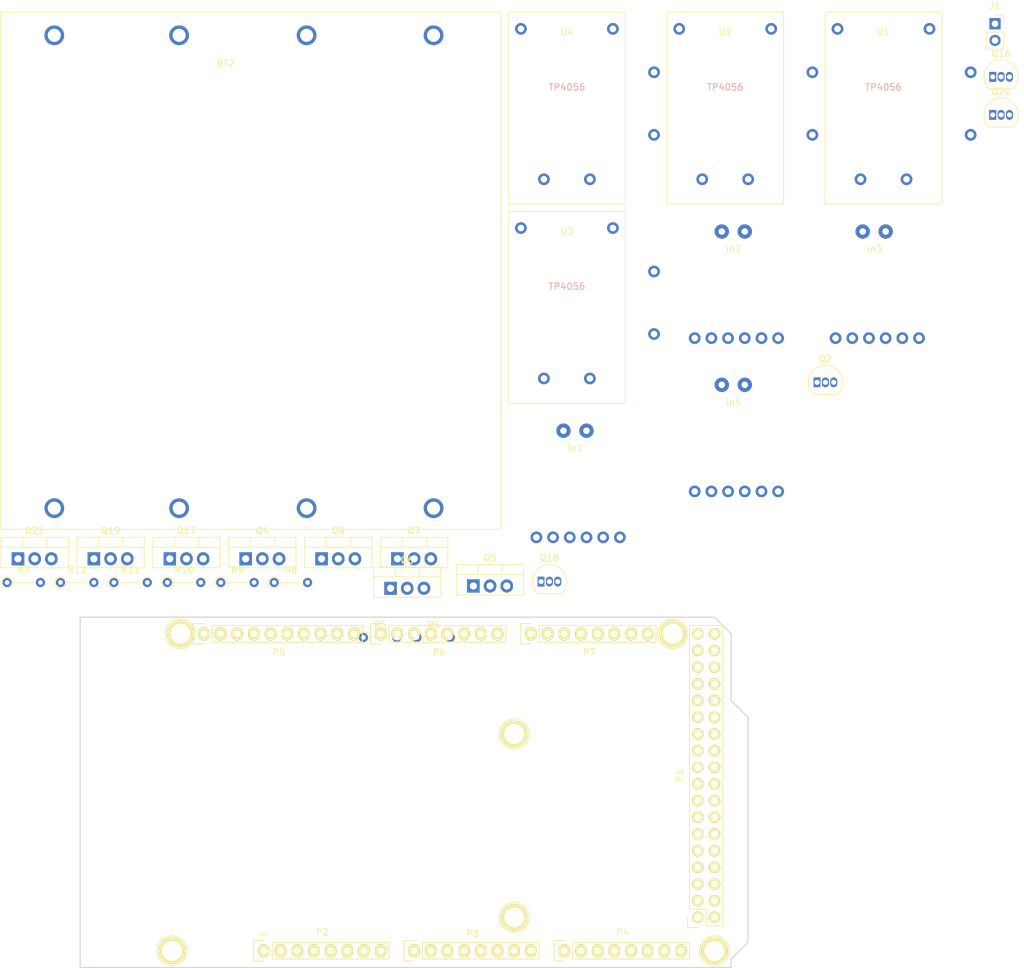
<source format=kicad_pcb>
(kicad_pcb (version 20171130) (host pcbnew "(5.1.9)-1")

  (general
    (thickness 1.6)
    (drawings 27)
    (tracks 0)
    (zones 0)
    (modules 43)
    (nets 38)
  )

  (page A4)
  (title_block
    (date "mar. 31 mars 2015")
  )

  (layers
    (0 F.Cu signal)
    (31 B.Cu signal)
    (32 B.Adhes user)
    (33 F.Adhes user)
    (34 B.Paste user)
    (35 F.Paste user)
    (36 B.SilkS user)
    (37 F.SilkS user)
    (38 B.Mask user)
    (39 F.Mask user)
    (40 Dwgs.User user)
    (41 Cmts.User user)
    (42 Eco1.User user)
    (43 Eco2.User user)
    (44 Edge.Cuts user)
    (45 Margin user)
    (46 B.CrtYd user)
    (47 F.CrtYd user)
    (48 B.Fab user)
    (49 F.Fab user)
  )

  (setup
    (last_trace_width 0.25)
    (trace_clearance 0.2)
    (zone_clearance 0.508)
    (zone_45_only no)
    (trace_min 0.2)
    (via_size 0.6)
    (via_drill 0.4)
    (via_min_size 0.4)
    (via_min_drill 0.3)
    (uvia_size 0.3)
    (uvia_drill 0.1)
    (uvias_allowed no)
    (uvia_min_size 0.2)
    (uvia_min_drill 0.1)
    (edge_width 0.15)
    (segment_width 0.15)
    (pcb_text_width 0.3)
    (pcb_text_size 1.5 1.5)
    (mod_edge_width 0.15)
    (mod_text_size 1 1)
    (mod_text_width 0.15)
    (pad_size 4.064 4.064)
    (pad_drill 3.048)
    (pad_to_mask_clearance 0)
    (aux_axis_origin 103.378 121.666)
    (visible_elements 7FFFFFFF)
    (pcbplotparams
      (layerselection 0x00030_80000001)
      (usegerberextensions false)
      (usegerberattributes true)
      (usegerberadvancedattributes true)
      (creategerberjobfile true)
      (excludeedgelayer true)
      (linewidth 0.100000)
      (plotframeref false)
      (viasonmask false)
      (mode 1)
      (useauxorigin false)
      (hpglpennumber 1)
      (hpglpenspeed 20)
      (hpglpendiameter 15.000000)
      (psnegative false)
      (psa4output false)
      (plotreference true)
      (plotvalue true)
      (plotinvisibletext false)
      (padsonsilk false)
      (subtractmaskfromsilk false)
      (outputformat 1)
      (mirror false)
      (drillshape 1)
      (scaleselection 1)
      (outputdirectory ""))
  )

  (net 0 "")
  (net 1 GND)
  (net 2 /42)
  (net 3 /43)
  (net 4 /40)
  (net 5 /41)
  (net 6 /24)
  (net 7 /25)
  (net 8 /22)
  (net 9 /23)
  (net 10 +5V)
  (net 11 /A0)
  (net 12 /A1)
  (net 13 /A2)
  (net 14 /A3)
  (net 15 /SCL)
  (net 16 /SDA)
  (net 17 "Net-(BT2-Pad4)")
  (net 18 "Net-(BT2-Pad3)")
  (net 19 "Net-(BT2-Pad2)")
  (net 20 "Net-(BT2-Pad1)")
  (net 21 VCC)
  (net 22 /ina1Drain)
  (net 23 "Net-(Q7-Pad3)")
  (net 24 /ina2Drain)
  (net 25 "Net-(Q6-Pad3)")
  (net 26 /ina3Drain)
  (net 27 "Net-(Q5-Pad3)")
  (net 28 /ina4Drain)
  (net 29 "Net-(Q4-Pad3)")
  (net 30 "Net-(Q2-Pad3)")
  (net 31 "Net-(Q8-Pad2)")
  (net 32 "Net-(Q16-Pad3)")
  (net 33 "Net-(Q17-Pad2)")
  (net 34 "Net-(Q18-Pad3)")
  (net 35 "Net-(Q19-Pad2)")
  (net 36 "Net-(Q20-Pad3)")
  (net 37 "Net-(Q21-Pad2)")

  (net_class Default "This is the default net class."
    (clearance 0.2)
    (trace_width 0.25)
    (via_dia 0.6)
    (via_drill 0.4)
    (uvia_dia 0.3)
    (uvia_drill 0.1)
    (add_net +3V3)
    (add_net +5V)
    (add_net "/0(Rx0)")
    (add_net "/1(Tx0)")
    (add_net "/10(**)")
    (add_net "/11(**)")
    (add_net "/12(**)")
    (add_net "/13(**)")
    (add_net "/14(Tx3)")
    (add_net "/15(Rx3)")
    (add_net "/16(Tx2)")
    (add_net "/17(Rx2)")
    (add_net "/18(Tx1)")
    (add_net "/19(Rx1)")
    (add_net "/2(**)")
    (add_net "/20(SDA)")
    (add_net "/21(SCL)")
    (add_net /22)
    (add_net /23)
    (add_net /24)
    (add_net /25)
    (add_net /26)
    (add_net /27)
    (add_net /28)
    (add_net /29)
    (add_net "/3(**)")
    (add_net /30)
    (add_net /31)
    (add_net /32)
    (add_net /33)
    (add_net /34)
    (add_net /35)
    (add_net /36)
    (add_net /37)
    (add_net /38)
    (add_net /39)
    (add_net "/4(**)")
    (add_net /40)
    (add_net /41)
    (add_net /42)
    (add_net /43)
    (add_net /44)
    (add_net /45)
    (add_net /46)
    (add_net /47)
    (add_net /48)
    (add_net /49)
    (add_net "/5(**)")
    (add_net "/50(MISO)")
    (add_net "/51(MOSI)")
    (add_net "/52(SCK)")
    (add_net "/53(SS)")
    (add_net "/6(**)")
    (add_net "/7(**)")
    (add_net "/8(**)")
    (add_net "/9(**)")
    (add_net /A0)
    (add_net /A1)
    (add_net /A10)
    (add_net /A11)
    (add_net /A12)
    (add_net /A13)
    (add_net /A14)
    (add_net /A15)
    (add_net /A2)
    (add_net /A3)
    (add_net /A4)
    (add_net /A5)
    (add_net /A6)
    (add_net /A7)
    (add_net /A8)
    (add_net /A9)
    (add_net /AREF)
    (add_net /IOREF)
    (add_net /Reset)
    (add_net /SCL)
    (add_net /SDA)
    (add_net /Vin)
    (add_net /ina1Drain)
    (add_net /ina2Drain)
    (add_net /ina3Drain)
    (add_net /ina4Drain)
    (add_net GND)
    (add_net "Net-(BT2-Pad1)")
    (add_net "Net-(BT2-Pad2)")
    (add_net "Net-(BT2-Pad3)")
    (add_net "Net-(BT2-Pad4)")
    (add_net "Net-(P10-Pad1)")
    (add_net "Net-(P11-Pad1)")
    (add_net "Net-(P12-Pad1)")
    (add_net "Net-(P13-Pad1)")
    (add_net "Net-(P2-Pad1)")
    (add_net "Net-(P8-Pad1)")
    (add_net "Net-(P9-Pad1)")
    (add_net "Net-(Q16-Pad3)")
    (add_net "Net-(Q17-Pad2)")
    (add_net "Net-(Q18-Pad3)")
    (add_net "Net-(Q19-Pad2)")
    (add_net "Net-(Q2-Pad3)")
    (add_net "Net-(Q20-Pad3)")
    (add_net "Net-(Q21-Pad2)")
    (add_net "Net-(Q4-Pad3)")
    (add_net "Net-(Q5-Pad3)")
    (add_net "Net-(Q6-Pad3)")
    (add_net "Net-(Q7-Pad3)")
    (add_net "Net-(Q8-Pad2)")
    (add_net "Net-(in1-Pad7)")
    (add_net "Net-(in1-Pad8)")
    (add_net "Net-(in2-Pad7)")
    (add_net "Net-(in2-Pad8)")
    (add_net "Net-(in3-Pad3)")
    (add_net "Net-(in3-Pad7)")
    (add_net "Net-(in3-Pad8)")
    (add_net "Net-(in4-Pad7)")
    (add_net "Net-(in4-Pad8)")
    (add_net VCC)
  )

  (module charger:tp4056-breakout (layer F.Cu) (tedit 5FFB1A72) (tstamp 5FFBF12B)
    (at 177.44 -21.24)
    (path /607470C7)
    (fp_text reference U4 (at 0 0.5) (layer F.SilkS)
      (effects (font (size 1 1) (thickness 0.15)))
    )
    (fp_text value tp4056charger (at 0 -0.5) (layer F.Fab)
      (effects (font (size 1 1) (thickness 0.15)))
    )
    (fp_text user TP4056 (at 0 8.89) (layer B.SilkS)
      (effects (font (size 1 1) (thickness 0.15)))
    )
    (fp_line (start -8.89 -2.54) (end -8.89 26.67) (layer F.SilkS) (width 0.12))
    (fp_line (start -8.89 26.67) (end 8.89 26.67) (layer F.SilkS) (width 0.12))
    (fp_line (start 8.89 26.67) (end 8.89 -2.54) (layer F.SilkS) (width 0.12))
    (fp_line (start 8.89 -2.54) (end -8.89 -2.54) (layer F.SilkS) (width 0.12))
    (pad 6 thru_hole circle (at 13.26 16.135 90) (size 1.778 1.778) (drill 1) (layers *.Cu *.Mask)
      (net 14 /A3) (solder_mask_margin 0.0762))
    (pad 5 thru_hole circle (at 13.26 6.61 90) (size 1.778 1.778) (drill 1) (layers *.Cu *.Mask)
      (net 3 /43) (solder_mask_margin 0.0762))
    (pad 4 thru_hole circle (at 3.5 22.9 90) (size 1.778 1.778) (drill 1) (layers *.Cu *.Mask)
      (net 1 GND) (solder_mask_margin 0.0762))
    (pad 3 thru_hole circle (at -3.5 22.9 90) (size 1.778 1.778) (drill 1) (layers *.Cu *.Mask)
      (net 28 /ina4Drain) (solder_mask_margin 0.0762))
    (pad 2 thru_hole circle (at 7 0 90) (size 1.778 1.778) (drill 1) (layers *.Cu *.Mask)
      (net 1 GND) (solder_mask_margin 0.0762))
    (pad 1 thru_hole circle (at -7 0 90) (size 1.778 1.778) (drill 1) (layers *.Cu *.Mask)
      (net 21 VCC) (solder_mask_margin 0.0762))
  )

  (module charger:tp4056-breakout (layer F.Cu) (tedit 5FFB1A72) (tstamp 5FFBF11C)
    (at 177.44 9.09)
    (path /60746CAB)
    (fp_text reference U3 (at 0 0.5) (layer F.SilkS)
      (effects (font (size 1 1) (thickness 0.15)))
    )
    (fp_text value tp4056charger (at 0 -0.5) (layer F.Fab)
      (effects (font (size 1 1) (thickness 0.15)))
    )
    (fp_text user TP4056 (at 0 8.89) (layer B.SilkS)
      (effects (font (size 1 1) (thickness 0.15)))
    )
    (fp_line (start -8.89 -2.54) (end -8.89 26.67) (layer F.SilkS) (width 0.12))
    (fp_line (start -8.89 26.67) (end 8.89 26.67) (layer F.SilkS) (width 0.12))
    (fp_line (start 8.89 26.67) (end 8.89 -2.54) (layer F.SilkS) (width 0.12))
    (fp_line (start 8.89 -2.54) (end -8.89 -2.54) (layer F.SilkS) (width 0.12))
    (pad 6 thru_hole circle (at 13.26 16.135 90) (size 1.778 1.778) (drill 1) (layers *.Cu *.Mask)
      (net 13 /A2) (solder_mask_margin 0.0762))
    (pad 5 thru_hole circle (at 13.26 6.61 90) (size 1.778 1.778) (drill 1) (layers *.Cu *.Mask)
      (net 2 /42) (solder_mask_margin 0.0762))
    (pad 4 thru_hole circle (at 3.5 22.9 90) (size 1.778 1.778) (drill 1) (layers *.Cu *.Mask)
      (net 1 GND) (solder_mask_margin 0.0762))
    (pad 3 thru_hole circle (at -3.5 22.9 90) (size 1.778 1.778) (drill 1) (layers *.Cu *.Mask)
      (net 26 /ina3Drain) (solder_mask_margin 0.0762))
    (pad 2 thru_hole circle (at 7 0 90) (size 1.778 1.778) (drill 1) (layers *.Cu *.Mask)
      (net 1 GND) (solder_mask_margin 0.0762))
    (pad 1 thru_hole circle (at -7 0 90) (size 1.778 1.778) (drill 1) (layers *.Cu *.Mask)
      (net 21 VCC) (solder_mask_margin 0.0762))
  )

  (module charger:tp4056-breakout (layer F.Cu) (tedit 5FFB1A72) (tstamp 5FFBF10D)
    (at 201.53 -21.24)
    (path /607468A0)
    (fp_text reference U2 (at 0 0.5) (layer F.SilkS)
      (effects (font (size 1 1) (thickness 0.15)))
    )
    (fp_text value tp4056charger (at 0 -0.5) (layer F.Fab)
      (effects (font (size 1 1) (thickness 0.15)))
    )
    (fp_text user TP4056 (at 0 8.89) (layer B.SilkS)
      (effects (font (size 1 1) (thickness 0.15)))
    )
    (fp_line (start -8.89 -2.54) (end -8.89 26.67) (layer F.SilkS) (width 0.12))
    (fp_line (start -8.89 26.67) (end 8.89 26.67) (layer F.SilkS) (width 0.12))
    (fp_line (start 8.89 26.67) (end 8.89 -2.54) (layer F.SilkS) (width 0.12))
    (fp_line (start 8.89 -2.54) (end -8.89 -2.54) (layer F.SilkS) (width 0.12))
    (pad 6 thru_hole circle (at 13.26 16.135 90) (size 1.778 1.778) (drill 1) (layers *.Cu *.Mask)
      (net 12 /A1) (solder_mask_margin 0.0762))
    (pad 5 thru_hole circle (at 13.26 6.61 90) (size 1.778 1.778) (drill 1) (layers *.Cu *.Mask)
      (net 5 /41) (solder_mask_margin 0.0762))
    (pad 4 thru_hole circle (at 3.5 22.9 90) (size 1.778 1.778) (drill 1) (layers *.Cu *.Mask)
      (net 1 GND) (solder_mask_margin 0.0762))
    (pad 3 thru_hole circle (at -3.5 22.9 90) (size 1.778 1.778) (drill 1) (layers *.Cu *.Mask)
      (net 24 /ina2Drain) (solder_mask_margin 0.0762))
    (pad 2 thru_hole circle (at 7 0 90) (size 1.778 1.778) (drill 1) (layers *.Cu *.Mask)
      (net 1 GND) (solder_mask_margin 0.0762))
    (pad 1 thru_hole circle (at -7 0 90) (size 1.778 1.778) (drill 1) (layers *.Cu *.Mask)
      (net 21 VCC) (solder_mask_margin 0.0762))
  )

  (module charger:tp4056-breakout (layer F.Cu) (tedit 5FFB1A72) (tstamp 5FFBF0FE)
    (at 225.62 -21.24)
    (path /60744B4E)
    (fp_text reference U1 (at 0 0.5) (layer F.SilkS)
      (effects (font (size 1 1) (thickness 0.15)))
    )
    (fp_text value tp4056charger (at 0 -0.5) (layer F.Fab)
      (effects (font (size 1 1) (thickness 0.15)))
    )
    (fp_text user TP4056 (at 0 8.89) (layer B.SilkS)
      (effects (font (size 1 1) (thickness 0.15)))
    )
    (fp_line (start -8.89 -2.54) (end -8.89 26.67) (layer F.SilkS) (width 0.12))
    (fp_line (start -8.89 26.67) (end 8.89 26.67) (layer F.SilkS) (width 0.12))
    (fp_line (start 8.89 26.67) (end 8.89 -2.54) (layer F.SilkS) (width 0.12))
    (fp_line (start 8.89 -2.54) (end -8.89 -2.54) (layer F.SilkS) (width 0.12))
    (pad 6 thru_hole circle (at 13.26 16.135 90) (size 1.778 1.778) (drill 1) (layers *.Cu *.Mask)
      (net 11 /A0) (solder_mask_margin 0.0762))
    (pad 5 thru_hole circle (at 13.26 6.61 90) (size 1.778 1.778) (drill 1) (layers *.Cu *.Mask)
      (net 4 /40) (solder_mask_margin 0.0762))
    (pad 4 thru_hole circle (at 3.5 22.9 90) (size 1.778 1.778) (drill 1) (layers *.Cu *.Mask)
      (net 1 GND) (solder_mask_margin 0.0762))
    (pad 3 thru_hole circle (at -3.5 22.9 90) (size 1.778 1.778) (drill 1) (layers *.Cu *.Mask)
      (net 22 /ina1Drain) (solder_mask_margin 0.0762))
    (pad 2 thru_hole circle (at 7 0 90) (size 1.778 1.778) (drill 1) (layers *.Cu *.Mask)
      (net 1 GND) (solder_mask_margin 0.0762))
    (pad 1 thru_hole circle (at -7 0 90) (size 1.778 1.778) (drill 1) (layers *.Cu *.Mask)
      (net 21 VCC) (solder_mask_margin 0.0762))
  )

  (module Resistor_THT:R_Axial_DIN0204_L3.6mm_D1.6mm_P5.08mm_Vertical (layer F.Cu) (tedit 5AE5139B) (tstamp 5FFBF0EF)
    (at 100.375 63.055)
    (descr "Resistor, Axial_DIN0204 series, Axial, Vertical, pin pitch=5.08mm, 0.167W, length*diameter=3.6*1.6mm^2, http://cdn-reichelt.de/documents/datenblatt/B400/1_4W%23YAG.pdf")
    (tags "Resistor Axial_DIN0204 series Axial Vertical pin pitch 5.08mm 0.167W length 3.6mm diameter 1.6mm")
    (path /6060919A)
    (fp_text reference R12 (at 2.54 -1.92) (layer F.SilkS)
      (effects (font (size 1 1) (thickness 0.15)))
    )
    (fp_text value 10k (at 2.54 1.92) (layer F.Fab)
      (effects (font (size 1 1) (thickness 0.15)))
    )
    (fp_text user %R (at 2.54 -1.92) (layer F.Fab)
      (effects (font (size 1 1) (thickness 0.15)))
    )
    (fp_circle (center 0 0) (end 0.8 0) (layer F.Fab) (width 0.1))
    (fp_circle (center 0 0) (end 0.92 0) (layer F.SilkS) (width 0.12))
    (fp_line (start 0 0) (end 5.08 0) (layer F.Fab) (width 0.1))
    (fp_line (start 0.92 0) (end 4.08 0) (layer F.SilkS) (width 0.12))
    (fp_line (start -1.05 -1.05) (end -1.05 1.05) (layer F.CrtYd) (width 0.05))
    (fp_line (start -1.05 1.05) (end 6.03 1.05) (layer F.CrtYd) (width 0.05))
    (fp_line (start 6.03 1.05) (end 6.03 -1.05) (layer F.CrtYd) (width 0.05))
    (fp_line (start 6.03 -1.05) (end -1.05 -1.05) (layer F.CrtYd) (width 0.05))
    (pad 2 thru_hole oval (at 5.08 0) (size 1.4 1.4) (drill 0.7) (layers *.Cu *.Mask)
      (net 36 "Net-(Q20-Pad3)"))
    (pad 1 thru_hole circle (at 0 0) (size 1.4 1.4) (drill 0.7) (layers *.Cu *.Mask)
      (net 37 "Net-(Q21-Pad2)"))
    (model ${KISYS3DMOD}/Resistor_THT.3dshapes/R_Axial_DIN0204_L3.6mm_D1.6mm_P5.08mm_Vertical.wrl
      (at (xyz 0 0 0))
      (scale (xyz 1 1 1))
      (rotate (xyz 0 0 0))
    )
  )

  (module Resistor_THT:R_Axial_DIN0204_L3.6mm_D1.6mm_P5.08mm_Vertical (layer F.Cu) (tedit 5AE5139B) (tstamp 5FFBF0E0)
    (at 108.505 63.055)
    (descr "Resistor, Axial_DIN0204 series, Axial, Vertical, pin pitch=5.08mm, 0.167W, length*diameter=3.6*1.6mm^2, http://cdn-reichelt.de/documents/datenblatt/B400/1_4W%23YAG.pdf")
    (tags "Resistor Axial_DIN0204 series Axial Vertical pin pitch 5.08mm 0.167W length 3.6mm diameter 1.6mm")
    (path /60608DD3)
    (fp_text reference R11 (at 2.54 -1.92) (layer F.SilkS)
      (effects (font (size 1 1) (thickness 0.15)))
    )
    (fp_text value 10k (at 2.54 1.92) (layer F.Fab)
      (effects (font (size 1 1) (thickness 0.15)))
    )
    (fp_text user %R (at 2.54 -1.92) (layer F.Fab)
      (effects (font (size 1 1) (thickness 0.15)))
    )
    (fp_circle (center 0 0) (end 0.8 0) (layer F.Fab) (width 0.1))
    (fp_circle (center 0 0) (end 0.92 0) (layer F.SilkS) (width 0.12))
    (fp_line (start 0 0) (end 5.08 0) (layer F.Fab) (width 0.1))
    (fp_line (start 0.92 0) (end 4.08 0) (layer F.SilkS) (width 0.12))
    (fp_line (start -1.05 -1.05) (end -1.05 1.05) (layer F.CrtYd) (width 0.05))
    (fp_line (start -1.05 1.05) (end 6.03 1.05) (layer F.CrtYd) (width 0.05))
    (fp_line (start 6.03 1.05) (end 6.03 -1.05) (layer F.CrtYd) (width 0.05))
    (fp_line (start 6.03 -1.05) (end -1.05 -1.05) (layer F.CrtYd) (width 0.05))
    (pad 2 thru_hole oval (at 5.08 0) (size 1.4 1.4) (drill 0.7) (layers *.Cu *.Mask)
      (net 34 "Net-(Q18-Pad3)"))
    (pad 1 thru_hole circle (at 0 0) (size 1.4 1.4) (drill 0.7) (layers *.Cu *.Mask)
      (net 35 "Net-(Q19-Pad2)"))
    (model ${KISYS3DMOD}/Resistor_THT.3dshapes/R_Axial_DIN0204_L3.6mm_D1.6mm_P5.08mm_Vertical.wrl
      (at (xyz 0 0 0))
      (scale (xyz 1 1 1))
      (rotate (xyz 0 0 0))
    )
  )

  (module Resistor_THT:R_Axial_DIN0204_L3.6mm_D1.6mm_P5.08mm_Vertical (layer F.Cu) (tedit 5AE5139B) (tstamp 5FFBF0D1)
    (at 116.635 63.055)
    (descr "Resistor, Axial_DIN0204 series, Axial, Vertical, pin pitch=5.08mm, 0.167W, length*diameter=3.6*1.6mm^2, http://cdn-reichelt.de/documents/datenblatt/B400/1_4W%23YAG.pdf")
    (tags "Resistor Axial_DIN0204 series Axial Vertical pin pitch 5.08mm 0.167W length 3.6mm diameter 1.6mm")
    (path /60608A8A)
    (fp_text reference R10 (at 2.54 -1.92) (layer F.SilkS)
      (effects (font (size 1 1) (thickness 0.15)))
    )
    (fp_text value 10k (at 2.54 1.92) (layer F.Fab)
      (effects (font (size 1 1) (thickness 0.15)))
    )
    (fp_text user %R (at 2.54 -1.92) (layer F.Fab)
      (effects (font (size 1 1) (thickness 0.15)))
    )
    (fp_circle (center 0 0) (end 0.8 0) (layer F.Fab) (width 0.1))
    (fp_circle (center 0 0) (end 0.92 0) (layer F.SilkS) (width 0.12))
    (fp_line (start 0 0) (end 5.08 0) (layer F.Fab) (width 0.1))
    (fp_line (start 0.92 0) (end 4.08 0) (layer F.SilkS) (width 0.12))
    (fp_line (start -1.05 -1.05) (end -1.05 1.05) (layer F.CrtYd) (width 0.05))
    (fp_line (start -1.05 1.05) (end 6.03 1.05) (layer F.CrtYd) (width 0.05))
    (fp_line (start 6.03 1.05) (end 6.03 -1.05) (layer F.CrtYd) (width 0.05))
    (fp_line (start 6.03 -1.05) (end -1.05 -1.05) (layer F.CrtYd) (width 0.05))
    (pad 2 thru_hole oval (at 5.08 0) (size 1.4 1.4) (drill 0.7) (layers *.Cu *.Mask)
      (net 32 "Net-(Q16-Pad3)"))
    (pad 1 thru_hole circle (at 0 0) (size 1.4 1.4) (drill 0.7) (layers *.Cu *.Mask)
      (net 33 "Net-(Q17-Pad2)"))
    (model ${KISYS3DMOD}/Resistor_THT.3dshapes/R_Axial_DIN0204_L3.6mm_D1.6mm_P5.08mm_Vertical.wrl
      (at (xyz 0 0 0))
      (scale (xyz 1 1 1))
      (rotate (xyz 0 0 0))
    )
  )

  (module Resistor_THT:R_Axial_DIN0204_L3.6mm_D1.6mm_P5.08mm_Vertical (layer F.Cu) (tedit 5AE5139B) (tstamp 5FFBF0C2)
    (at 124.765 63.055)
    (descr "Resistor, Axial_DIN0204 series, Axial, Vertical, pin pitch=5.08mm, 0.167W, length*diameter=3.6*1.6mm^2, http://cdn-reichelt.de/documents/datenblatt/B400/1_4W%23YAG.pdf")
    (tags "Resistor Axial_DIN0204 series Axial Vertical pin pitch 5.08mm 0.167W length 3.6mm diameter 1.6mm")
    (path /605FC7F9)
    (fp_text reference R9 (at 2.54 -1.92) (layer F.SilkS)
      (effects (font (size 1 1) (thickness 0.15)))
    )
    (fp_text value 10k (at 2.54 1.92) (layer F.Fab)
      (effects (font (size 1 1) (thickness 0.15)))
    )
    (fp_text user %R (at 2.54 -1.92) (layer F.Fab)
      (effects (font (size 1 1) (thickness 0.15)))
    )
    (fp_circle (center 0 0) (end 0.8 0) (layer F.Fab) (width 0.1))
    (fp_circle (center 0 0) (end 0.92 0) (layer F.SilkS) (width 0.12))
    (fp_line (start 0 0) (end 5.08 0) (layer F.Fab) (width 0.1))
    (fp_line (start 0.92 0) (end 4.08 0) (layer F.SilkS) (width 0.12))
    (fp_line (start -1.05 -1.05) (end -1.05 1.05) (layer F.CrtYd) (width 0.05))
    (fp_line (start -1.05 1.05) (end 6.03 1.05) (layer F.CrtYd) (width 0.05))
    (fp_line (start 6.03 1.05) (end 6.03 -1.05) (layer F.CrtYd) (width 0.05))
    (fp_line (start 6.03 -1.05) (end -1.05 -1.05) (layer F.CrtYd) (width 0.05))
    (pad 2 thru_hole oval (at 5.08 0) (size 1.4 1.4) (drill 0.7) (layers *.Cu *.Mask)
      (net 30 "Net-(Q2-Pad3)"))
    (pad 1 thru_hole circle (at 0 0) (size 1.4 1.4) (drill 0.7) (layers *.Cu *.Mask)
      (net 31 "Net-(Q8-Pad2)"))
    (model ${KISYS3DMOD}/Resistor_THT.3dshapes/R_Axial_DIN0204_L3.6mm_D1.6mm_P5.08mm_Vertical.wrl
      (at (xyz 0 0 0))
      (scale (xyz 1 1 1))
      (rotate (xyz 0 0 0))
    )
  )

  (module Resistor_THT:R_Axial_DIN0204_L3.6mm_D1.6mm_P5.08mm_Vertical (layer F.Cu) (tedit 5AE5139B) (tstamp 5FFBF0B3)
    (at 132.895 63.055)
    (descr "Resistor, Axial_DIN0204 series, Axial, Vertical, pin pitch=5.08mm, 0.167W, length*diameter=3.6*1.6mm^2, http://cdn-reichelt.de/documents/datenblatt/B400/1_4W%23YAG.pdf")
    (tags "Resistor Axial_DIN0204 series Axial Vertical pin pitch 5.08mm 0.167W length 3.6mm diameter 1.6mm")
    (path /602DDDA6)
    (fp_text reference R8 (at 2.54 -1.92) (layer F.SilkS)
      (effects (font (size 1 1) (thickness 0.15)))
    )
    (fp_text value 5R (at 2.54 1.92) (layer F.Fab)
      (effects (font (size 1 1) (thickness 0.15)))
    )
    (fp_text user %R (at 2.54 -1.92) (layer F.Fab)
      (effects (font (size 1 1) (thickness 0.15)))
    )
    (fp_circle (center 0 0) (end 0.8 0) (layer F.Fab) (width 0.1))
    (fp_circle (center 0 0) (end 0.92 0) (layer F.SilkS) (width 0.12))
    (fp_line (start 0 0) (end 5.08 0) (layer F.Fab) (width 0.1))
    (fp_line (start 0.92 0) (end 4.08 0) (layer F.SilkS) (width 0.12))
    (fp_line (start -1.05 -1.05) (end -1.05 1.05) (layer F.CrtYd) (width 0.05))
    (fp_line (start -1.05 1.05) (end 6.03 1.05) (layer F.CrtYd) (width 0.05))
    (fp_line (start 6.03 1.05) (end 6.03 -1.05) (layer F.CrtYd) (width 0.05))
    (fp_line (start 6.03 -1.05) (end -1.05 -1.05) (layer F.CrtYd) (width 0.05))
    (pad 2 thru_hole oval (at 5.08 0) (size 1.4 1.4) (drill 0.7) (layers *.Cu *.Mask)
      (net 1 GND))
    (pad 1 thru_hole circle (at 0 0) (size 1.4 1.4) (drill 0.7) (layers *.Cu *.Mask)
      (net 37 "Net-(Q21-Pad2)"))
    (model ${KISYS3DMOD}/Resistor_THT.3dshapes/R_Axial_DIN0204_L3.6mm_D1.6mm_P5.08mm_Vertical.wrl
      (at (xyz 0 0 0))
      (scale (xyz 1 1 1))
      (rotate (xyz 0 0 0))
    )
  )

  (module Resistor_THT:R_Axial_DIN0204_L3.6mm_D1.6mm_P5.08mm_Vertical (layer F.Cu) (tedit 5AE5139B) (tstamp 5FFBF0A4)
    (at 92.245 63.055)
    (descr "Resistor, Axial_DIN0204 series, Axial, Vertical, pin pitch=5.08mm, 0.167W, length*diameter=3.6*1.6mm^2, http://cdn-reichelt.de/documents/datenblatt/B400/1_4W%23YAG.pdf")
    (tags "Resistor Axial_DIN0204 series Axial Vertical pin pitch 5.08mm 0.167W length 3.6mm diameter 1.6mm")
    (path /602DDBC4)
    (fp_text reference R7 (at 2.54 -1.92) (layer F.SilkS)
      (effects (font (size 1 1) (thickness 0.15)))
    )
    (fp_text value 5R (at 2.54 1.92) (layer F.Fab)
      (effects (font (size 1 1) (thickness 0.15)))
    )
    (fp_text user %R (at 2.54 -1.92) (layer F.Fab)
      (effects (font (size 1 1) (thickness 0.15)))
    )
    (fp_circle (center 0 0) (end 0.8 0) (layer F.Fab) (width 0.1))
    (fp_circle (center 0 0) (end 0.92 0) (layer F.SilkS) (width 0.12))
    (fp_line (start 0 0) (end 5.08 0) (layer F.Fab) (width 0.1))
    (fp_line (start 0.92 0) (end 4.08 0) (layer F.SilkS) (width 0.12))
    (fp_line (start -1.05 -1.05) (end -1.05 1.05) (layer F.CrtYd) (width 0.05))
    (fp_line (start -1.05 1.05) (end 6.03 1.05) (layer F.CrtYd) (width 0.05))
    (fp_line (start 6.03 1.05) (end 6.03 -1.05) (layer F.CrtYd) (width 0.05))
    (fp_line (start 6.03 -1.05) (end -1.05 -1.05) (layer F.CrtYd) (width 0.05))
    (pad 2 thru_hole oval (at 5.08 0) (size 1.4 1.4) (drill 0.7) (layers *.Cu *.Mask)
      (net 35 "Net-(Q19-Pad2)"))
    (pad 1 thru_hole circle (at 0 0) (size 1.4 1.4) (drill 0.7) (layers *.Cu *.Mask)
      (net 1 GND))
    (model ${KISYS3DMOD}/Resistor_THT.3dshapes/R_Axial_DIN0204_L3.6mm_D1.6mm_P5.08mm_Vertical.wrl
      (at (xyz 0 0 0))
      (scale (xyz 1 1 1))
      (rotate (xyz 0 0 0))
    )
  )

  (module Package_TO_SOT_THT:TO-220-3_Vertical (layer F.Cu) (tedit 5AC8BA0D) (tstamp 5FFBF05D)
    (at 93.905 59.445)
    (descr "TO-220-3, Vertical, RM 2.54mm, see https://www.vishay.com/docs/66542/to-220-1.pdf")
    (tags "TO-220-3 Vertical RM 2.54mm")
    (path /603B4983)
    (fp_text reference Q21 (at 2.54 -4.27) (layer F.SilkS)
      (effects (font (size 1 1) (thickness 0.15)))
    )
    (fp_text value NDP6020 (at 2.54 2.5) (layer F.Fab)
      (effects (font (size 1 1) (thickness 0.15)))
    )
    (fp_text user %R (at 2.54 -4.27) (layer F.Fab)
      (effects (font (size 1 1) (thickness 0.15)))
    )
    (fp_line (start -2.46 -3.15) (end -2.46 1.25) (layer F.Fab) (width 0.1))
    (fp_line (start -2.46 1.25) (end 7.54 1.25) (layer F.Fab) (width 0.1))
    (fp_line (start 7.54 1.25) (end 7.54 -3.15) (layer F.Fab) (width 0.1))
    (fp_line (start 7.54 -3.15) (end -2.46 -3.15) (layer F.Fab) (width 0.1))
    (fp_line (start -2.46 -1.88) (end 7.54 -1.88) (layer F.Fab) (width 0.1))
    (fp_line (start 0.69 -3.15) (end 0.69 -1.88) (layer F.Fab) (width 0.1))
    (fp_line (start 4.39 -3.15) (end 4.39 -1.88) (layer F.Fab) (width 0.1))
    (fp_line (start -2.58 -3.27) (end 7.66 -3.27) (layer F.SilkS) (width 0.12))
    (fp_line (start -2.58 1.371) (end 7.66 1.371) (layer F.SilkS) (width 0.12))
    (fp_line (start -2.58 -3.27) (end -2.58 1.371) (layer F.SilkS) (width 0.12))
    (fp_line (start 7.66 -3.27) (end 7.66 1.371) (layer F.SilkS) (width 0.12))
    (fp_line (start -2.58 -1.76) (end 7.66 -1.76) (layer F.SilkS) (width 0.12))
    (fp_line (start 0.69 -3.27) (end 0.69 -1.76) (layer F.SilkS) (width 0.12))
    (fp_line (start 4.391 -3.27) (end 4.391 -1.76) (layer F.SilkS) (width 0.12))
    (fp_line (start -2.71 -3.4) (end -2.71 1.51) (layer F.CrtYd) (width 0.05))
    (fp_line (start -2.71 1.51) (end 7.79 1.51) (layer F.CrtYd) (width 0.05))
    (fp_line (start 7.79 1.51) (end 7.79 -3.4) (layer F.CrtYd) (width 0.05))
    (fp_line (start 7.79 -3.4) (end -2.71 -3.4) (layer F.CrtYd) (width 0.05))
    (pad 3 thru_hole oval (at 5.08 0) (size 1.905 2) (drill 1.1) (layers *.Cu *.Mask)
      (net 28 /ina4Drain))
    (pad 2 thru_hole oval (at 2.54 0) (size 1.905 2) (drill 1.1) (layers *.Cu *.Mask)
      (net 37 "Net-(Q21-Pad2)"))
    (pad 1 thru_hole rect (at 0 0) (size 1.905 2) (drill 1.1) (layers *.Cu *.Mask)
      (net 36 "Net-(Q20-Pad3)"))
    (model ${KISYS3DMOD}/Package_TO_SOT_THT.3dshapes/TO-220-3_Vertical.wrl
      (at (xyz 0 0 0))
      (scale (xyz 1 1 1))
      (rotate (xyz 0 0 0))
    )
  )

  (module Package_TO_SOT_THT:TO-92_Inline (layer F.Cu) (tedit 5A1DD157) (tstamp 5FFBF043)
    (at 242.245 -8.145)
    (descr "TO-92 leads in-line, narrow, oval pads, drill 0.75mm (see NXP sot054_po.pdf)")
    (tags "to-92 sc-43 sc-43a sot54 PA33 transistor")
    (path /603CC139)
    (fp_text reference Q20 (at 1.27 -3.56) (layer F.SilkS)
      (effects (font (size 1 1) (thickness 0.15)))
    )
    (fp_text value 2SC1815 (at 1.27 2.79) (layer F.Fab)
      (effects (font (size 1 1) (thickness 0.15)))
    )
    (fp_arc (start 1.27 0) (end 1.27 -2.6) (angle 135) (layer F.SilkS) (width 0.12))
    (fp_arc (start 1.27 0) (end 1.27 -2.48) (angle -135) (layer F.Fab) (width 0.1))
    (fp_arc (start 1.27 0) (end 1.27 -2.6) (angle -135) (layer F.SilkS) (width 0.12))
    (fp_arc (start 1.27 0) (end 1.27 -2.48) (angle 135) (layer F.Fab) (width 0.1))
    (fp_text user %R (at 1.27 0) (layer F.Fab)
      (effects (font (size 1 1) (thickness 0.15)))
    )
    (fp_line (start -0.53 1.85) (end 3.07 1.85) (layer F.SilkS) (width 0.12))
    (fp_line (start -0.5 1.75) (end 3 1.75) (layer F.Fab) (width 0.1))
    (fp_line (start -1.46 -2.73) (end 4 -2.73) (layer F.CrtYd) (width 0.05))
    (fp_line (start -1.46 -2.73) (end -1.46 2.01) (layer F.CrtYd) (width 0.05))
    (fp_line (start 4 2.01) (end 4 -2.73) (layer F.CrtYd) (width 0.05))
    (fp_line (start 4 2.01) (end -1.46 2.01) (layer F.CrtYd) (width 0.05))
    (pad 1 thru_hole rect (at 0 0) (size 1.05 1.5) (drill 0.75) (layers *.Cu *.Mask)
      (net 7 /25))
    (pad 3 thru_hole oval (at 2.54 0) (size 1.05 1.5) (drill 0.75) (layers *.Cu *.Mask)
      (net 36 "Net-(Q20-Pad3)"))
    (pad 2 thru_hole oval (at 1.27 0) (size 1.05 1.5) (drill 0.75) (layers *.Cu *.Mask)
      (net 1 GND))
    (model ${KISYS3DMOD}/Package_TO_SOT_THT.3dshapes/TO-92_Inline.wrl
      (at (xyz 0 0 0))
      (scale (xyz 1 1 1))
      (rotate (xyz 0 0 0))
    )
  )

  (module Package_TO_SOT_THT:TO-220-3_Vertical (layer F.Cu) (tedit 5AC8BA0D) (tstamp 5FFBF031)
    (at 105.455 59.445)
    (descr "TO-220-3, Vertical, RM 2.54mm, see https://www.vishay.com/docs/66542/to-220-1.pdf")
    (tags "TO-220-3 Vertical RM 2.54mm")
    (path /603B428A)
    (fp_text reference Q19 (at 2.54 -4.27) (layer F.SilkS)
      (effects (font (size 1 1) (thickness 0.15)))
    )
    (fp_text value NDP6020 (at 2.54 2.5) (layer F.Fab)
      (effects (font (size 1 1) (thickness 0.15)))
    )
    (fp_text user %R (at 2.54 -4.27) (layer F.Fab)
      (effects (font (size 1 1) (thickness 0.15)))
    )
    (fp_line (start -2.46 -3.15) (end -2.46 1.25) (layer F.Fab) (width 0.1))
    (fp_line (start -2.46 1.25) (end 7.54 1.25) (layer F.Fab) (width 0.1))
    (fp_line (start 7.54 1.25) (end 7.54 -3.15) (layer F.Fab) (width 0.1))
    (fp_line (start 7.54 -3.15) (end -2.46 -3.15) (layer F.Fab) (width 0.1))
    (fp_line (start -2.46 -1.88) (end 7.54 -1.88) (layer F.Fab) (width 0.1))
    (fp_line (start 0.69 -3.15) (end 0.69 -1.88) (layer F.Fab) (width 0.1))
    (fp_line (start 4.39 -3.15) (end 4.39 -1.88) (layer F.Fab) (width 0.1))
    (fp_line (start -2.58 -3.27) (end 7.66 -3.27) (layer F.SilkS) (width 0.12))
    (fp_line (start -2.58 1.371) (end 7.66 1.371) (layer F.SilkS) (width 0.12))
    (fp_line (start -2.58 -3.27) (end -2.58 1.371) (layer F.SilkS) (width 0.12))
    (fp_line (start 7.66 -3.27) (end 7.66 1.371) (layer F.SilkS) (width 0.12))
    (fp_line (start -2.58 -1.76) (end 7.66 -1.76) (layer F.SilkS) (width 0.12))
    (fp_line (start 0.69 -3.27) (end 0.69 -1.76) (layer F.SilkS) (width 0.12))
    (fp_line (start 4.391 -3.27) (end 4.391 -1.76) (layer F.SilkS) (width 0.12))
    (fp_line (start -2.71 -3.4) (end -2.71 1.51) (layer F.CrtYd) (width 0.05))
    (fp_line (start -2.71 1.51) (end 7.79 1.51) (layer F.CrtYd) (width 0.05))
    (fp_line (start 7.79 1.51) (end 7.79 -3.4) (layer F.CrtYd) (width 0.05))
    (fp_line (start 7.79 -3.4) (end -2.71 -3.4) (layer F.CrtYd) (width 0.05))
    (pad 3 thru_hole oval (at 5.08 0) (size 1.905 2) (drill 1.1) (layers *.Cu *.Mask)
      (net 26 /ina3Drain))
    (pad 2 thru_hole oval (at 2.54 0) (size 1.905 2) (drill 1.1) (layers *.Cu *.Mask)
      (net 35 "Net-(Q19-Pad2)"))
    (pad 1 thru_hole rect (at 0 0) (size 1.905 2) (drill 1.1) (layers *.Cu *.Mask)
      (net 34 "Net-(Q18-Pad3)"))
    (model ${KISYS3DMOD}/Package_TO_SOT_THT.3dshapes/TO-220-3_Vertical.wrl
      (at (xyz 0 0 0))
      (scale (xyz 1 1 1))
      (rotate (xyz 0 0 0))
    )
  )

  (module Package_TO_SOT_THT:TO-92_Inline (layer F.Cu) (tedit 5A1DD157) (tstamp 5FFBF017)
    (at 173.505 62.915)
    (descr "TO-92 leads in-line, narrow, oval pads, drill 0.75mm (see NXP sot054_po.pdf)")
    (tags "to-92 sc-43 sc-43a sot54 PA33 transistor")
    (path /603CB35C)
    (fp_text reference Q18 (at 1.27 -3.56) (layer F.SilkS)
      (effects (font (size 1 1) (thickness 0.15)))
    )
    (fp_text value 2SC1815 (at 1.27 2.79) (layer F.Fab)
      (effects (font (size 1 1) (thickness 0.15)))
    )
    (fp_arc (start 1.27 0) (end 1.27 -2.6) (angle 135) (layer F.SilkS) (width 0.12))
    (fp_arc (start 1.27 0) (end 1.27 -2.48) (angle -135) (layer F.Fab) (width 0.1))
    (fp_arc (start 1.27 0) (end 1.27 -2.6) (angle -135) (layer F.SilkS) (width 0.12))
    (fp_arc (start 1.27 0) (end 1.27 -2.48) (angle 135) (layer F.Fab) (width 0.1))
    (fp_text user %R (at 1.27 0) (layer F.Fab)
      (effects (font (size 1 1) (thickness 0.15)))
    )
    (fp_line (start -0.53 1.85) (end 3.07 1.85) (layer F.SilkS) (width 0.12))
    (fp_line (start -0.5 1.75) (end 3 1.75) (layer F.Fab) (width 0.1))
    (fp_line (start -1.46 -2.73) (end 4 -2.73) (layer F.CrtYd) (width 0.05))
    (fp_line (start -1.46 -2.73) (end -1.46 2.01) (layer F.CrtYd) (width 0.05))
    (fp_line (start 4 2.01) (end 4 -2.73) (layer F.CrtYd) (width 0.05))
    (fp_line (start 4 2.01) (end -1.46 2.01) (layer F.CrtYd) (width 0.05))
    (pad 1 thru_hole rect (at 0 0) (size 1.05 1.5) (drill 0.75) (layers *.Cu *.Mask)
      (net 6 /24))
    (pad 3 thru_hole oval (at 2.54 0) (size 1.05 1.5) (drill 0.75) (layers *.Cu *.Mask)
      (net 34 "Net-(Q18-Pad3)"))
    (pad 2 thru_hole oval (at 1.27 0) (size 1.05 1.5) (drill 0.75) (layers *.Cu *.Mask)
      (net 1 GND))
    (model ${KISYS3DMOD}/Package_TO_SOT_THT.3dshapes/TO-92_Inline.wrl
      (at (xyz 0 0 0))
      (scale (xyz 1 1 1))
      (rotate (xyz 0 0 0))
    )
  )

  (module Package_TO_SOT_THT:TO-220-3_Vertical (layer F.Cu) (tedit 5AC8BA0D) (tstamp 5FFBF005)
    (at 117.005 59.445)
    (descr "TO-220-3, Vertical, RM 2.54mm, see https://www.vishay.com/docs/66542/to-220-1.pdf")
    (tags "TO-220-3 Vertical RM 2.54mm")
    (path /603B2499)
    (fp_text reference Q17 (at 2.54 -4.27) (layer F.SilkS)
      (effects (font (size 1 1) (thickness 0.15)))
    )
    (fp_text value NDP6020 (at 2.54 2.5) (layer F.Fab)
      (effects (font (size 1 1) (thickness 0.15)))
    )
    (fp_text user %R (at 2.54 -4.27) (layer F.Fab)
      (effects (font (size 1 1) (thickness 0.15)))
    )
    (fp_line (start -2.46 -3.15) (end -2.46 1.25) (layer F.Fab) (width 0.1))
    (fp_line (start -2.46 1.25) (end 7.54 1.25) (layer F.Fab) (width 0.1))
    (fp_line (start 7.54 1.25) (end 7.54 -3.15) (layer F.Fab) (width 0.1))
    (fp_line (start 7.54 -3.15) (end -2.46 -3.15) (layer F.Fab) (width 0.1))
    (fp_line (start -2.46 -1.88) (end 7.54 -1.88) (layer F.Fab) (width 0.1))
    (fp_line (start 0.69 -3.15) (end 0.69 -1.88) (layer F.Fab) (width 0.1))
    (fp_line (start 4.39 -3.15) (end 4.39 -1.88) (layer F.Fab) (width 0.1))
    (fp_line (start -2.58 -3.27) (end 7.66 -3.27) (layer F.SilkS) (width 0.12))
    (fp_line (start -2.58 1.371) (end 7.66 1.371) (layer F.SilkS) (width 0.12))
    (fp_line (start -2.58 -3.27) (end -2.58 1.371) (layer F.SilkS) (width 0.12))
    (fp_line (start 7.66 -3.27) (end 7.66 1.371) (layer F.SilkS) (width 0.12))
    (fp_line (start -2.58 -1.76) (end 7.66 -1.76) (layer F.SilkS) (width 0.12))
    (fp_line (start 0.69 -3.27) (end 0.69 -1.76) (layer F.SilkS) (width 0.12))
    (fp_line (start 4.391 -3.27) (end 4.391 -1.76) (layer F.SilkS) (width 0.12))
    (fp_line (start -2.71 -3.4) (end -2.71 1.51) (layer F.CrtYd) (width 0.05))
    (fp_line (start -2.71 1.51) (end 7.79 1.51) (layer F.CrtYd) (width 0.05))
    (fp_line (start 7.79 1.51) (end 7.79 -3.4) (layer F.CrtYd) (width 0.05))
    (fp_line (start 7.79 -3.4) (end -2.71 -3.4) (layer F.CrtYd) (width 0.05))
    (pad 3 thru_hole oval (at 5.08 0) (size 1.905 2) (drill 1.1) (layers *.Cu *.Mask)
      (net 24 /ina2Drain))
    (pad 2 thru_hole oval (at 2.54 0) (size 1.905 2) (drill 1.1) (layers *.Cu *.Mask)
      (net 33 "Net-(Q17-Pad2)"))
    (pad 1 thru_hole rect (at 0 0) (size 1.905 2) (drill 1.1) (layers *.Cu *.Mask)
      (net 32 "Net-(Q16-Pad3)"))
    (model ${KISYS3DMOD}/Package_TO_SOT_THT.3dshapes/TO-220-3_Vertical.wrl
      (at (xyz 0 0 0))
      (scale (xyz 1 1 1))
      (rotate (xyz 0 0 0))
    )
  )

  (module Package_TO_SOT_THT:TO-92_Inline (layer F.Cu) (tedit 5A1DD157) (tstamp 5FFBEFEB)
    (at 242.245 -13.935)
    (descr "TO-92 leads in-line, narrow, oval pads, drill 0.75mm (see NXP sot054_po.pdf)")
    (tags "to-92 sc-43 sc-43a sot54 PA33 transistor")
    (path /603BF754)
    (fp_text reference Q16 (at 1.27 -3.56) (layer F.SilkS)
      (effects (font (size 1 1) (thickness 0.15)))
    )
    (fp_text value 2SC1815 (at 1.27 2.79) (layer F.Fab)
      (effects (font (size 1 1) (thickness 0.15)))
    )
    (fp_arc (start 1.27 0) (end 1.27 -2.6) (angle 135) (layer F.SilkS) (width 0.12))
    (fp_arc (start 1.27 0) (end 1.27 -2.48) (angle -135) (layer F.Fab) (width 0.1))
    (fp_arc (start 1.27 0) (end 1.27 -2.6) (angle -135) (layer F.SilkS) (width 0.12))
    (fp_arc (start 1.27 0) (end 1.27 -2.48) (angle 135) (layer F.Fab) (width 0.1))
    (fp_text user %R (at 1.27 0) (layer F.Fab)
      (effects (font (size 1 1) (thickness 0.15)))
    )
    (fp_line (start -0.53 1.85) (end 3.07 1.85) (layer F.SilkS) (width 0.12))
    (fp_line (start -0.5 1.75) (end 3 1.75) (layer F.Fab) (width 0.1))
    (fp_line (start -1.46 -2.73) (end 4 -2.73) (layer F.CrtYd) (width 0.05))
    (fp_line (start -1.46 -2.73) (end -1.46 2.01) (layer F.CrtYd) (width 0.05))
    (fp_line (start 4 2.01) (end 4 -2.73) (layer F.CrtYd) (width 0.05))
    (fp_line (start 4 2.01) (end -1.46 2.01) (layer F.CrtYd) (width 0.05))
    (pad 1 thru_hole rect (at 0 0) (size 1.05 1.5) (drill 0.75) (layers *.Cu *.Mask)
      (net 9 /23))
    (pad 3 thru_hole oval (at 2.54 0) (size 1.05 1.5) (drill 0.75) (layers *.Cu *.Mask)
      (net 32 "Net-(Q16-Pad3)"))
    (pad 2 thru_hole oval (at 1.27 0) (size 1.05 1.5) (drill 0.75) (layers *.Cu *.Mask)
      (net 1 GND))
    (model ${KISYS3DMOD}/Package_TO_SOT_THT.3dshapes/TO-92_Inline.wrl
      (at (xyz 0 0 0))
      (scale (xyz 1 1 1))
      (rotate (xyz 0 0 0))
    )
  )

  (module Package_TO_SOT_THT:TO-220-3_Vertical (layer F.Cu) (tedit 5AC8BA0D) (tstamp 5FFBEFD9)
    (at 140.105 59.445)
    (descr "TO-220-3, Vertical, RM 2.54mm, see https://www.vishay.com/docs/66542/to-220-1.pdf")
    (tags "TO-220-3 Vertical RM 2.54mm")
    (path /603B55AB)
    (fp_text reference Q8 (at 2.54 -4.27) (layer F.SilkS)
      (effects (font (size 1 1) (thickness 0.15)))
    )
    (fp_text value NDP6020 (at 2.54 2.5) (layer F.Fab)
      (effects (font (size 1 1) (thickness 0.15)))
    )
    (fp_text user %R (at 2.54 -4.27) (layer F.Fab)
      (effects (font (size 1 1) (thickness 0.15)))
    )
    (fp_line (start -2.46 -3.15) (end -2.46 1.25) (layer F.Fab) (width 0.1))
    (fp_line (start -2.46 1.25) (end 7.54 1.25) (layer F.Fab) (width 0.1))
    (fp_line (start 7.54 1.25) (end 7.54 -3.15) (layer F.Fab) (width 0.1))
    (fp_line (start 7.54 -3.15) (end -2.46 -3.15) (layer F.Fab) (width 0.1))
    (fp_line (start -2.46 -1.88) (end 7.54 -1.88) (layer F.Fab) (width 0.1))
    (fp_line (start 0.69 -3.15) (end 0.69 -1.88) (layer F.Fab) (width 0.1))
    (fp_line (start 4.39 -3.15) (end 4.39 -1.88) (layer F.Fab) (width 0.1))
    (fp_line (start -2.58 -3.27) (end 7.66 -3.27) (layer F.SilkS) (width 0.12))
    (fp_line (start -2.58 1.371) (end 7.66 1.371) (layer F.SilkS) (width 0.12))
    (fp_line (start -2.58 -3.27) (end -2.58 1.371) (layer F.SilkS) (width 0.12))
    (fp_line (start 7.66 -3.27) (end 7.66 1.371) (layer F.SilkS) (width 0.12))
    (fp_line (start -2.58 -1.76) (end 7.66 -1.76) (layer F.SilkS) (width 0.12))
    (fp_line (start 0.69 -3.27) (end 0.69 -1.76) (layer F.SilkS) (width 0.12))
    (fp_line (start 4.391 -3.27) (end 4.391 -1.76) (layer F.SilkS) (width 0.12))
    (fp_line (start -2.71 -3.4) (end -2.71 1.51) (layer F.CrtYd) (width 0.05))
    (fp_line (start -2.71 1.51) (end 7.79 1.51) (layer F.CrtYd) (width 0.05))
    (fp_line (start 7.79 1.51) (end 7.79 -3.4) (layer F.CrtYd) (width 0.05))
    (fp_line (start 7.79 -3.4) (end -2.71 -3.4) (layer F.CrtYd) (width 0.05))
    (pad 3 thru_hole oval (at 5.08 0) (size 1.905 2) (drill 1.1) (layers *.Cu *.Mask)
      (net 22 /ina1Drain))
    (pad 2 thru_hole oval (at 2.54 0) (size 1.905 2) (drill 1.1) (layers *.Cu *.Mask)
      (net 31 "Net-(Q8-Pad2)"))
    (pad 1 thru_hole rect (at 0 0) (size 1.905 2) (drill 1.1) (layers *.Cu *.Mask)
      (net 30 "Net-(Q2-Pad3)"))
    (model ${KISYS3DMOD}/Package_TO_SOT_THT.3dshapes/TO-220-3_Vertical.wrl
      (at (xyz 0 0 0))
      (scale (xyz 1 1 1))
      (rotate (xyz 0 0 0))
    )
  )

  (module Package_TO_SOT_THT:TO-220-3_Vertical (layer F.Cu) (tedit 5AC8BA0D) (tstamp 5FFBEFBF)
    (at 151.655 59.445)
    (descr "TO-220-3, Vertical, RM 2.54mm, see https://www.vishay.com/docs/66542/to-220-1.pdf")
    (tags "TO-220-3 Vertical RM 2.54mm")
    (path /6007B785)
    (fp_text reference Q7 (at 2.54 -4.27) (layer F.SilkS)
      (effects (font (size 1 1) (thickness 0.15)))
    )
    (fp_text value NDP6020 (at 2.54 2.5) (layer F.Fab)
      (effects (font (size 1 1) (thickness 0.15)))
    )
    (fp_text user %R (at 2.54 -4.27) (layer F.Fab)
      (effects (font (size 1 1) (thickness 0.15)))
    )
    (fp_line (start -2.46 -3.15) (end -2.46 1.25) (layer F.Fab) (width 0.1))
    (fp_line (start -2.46 1.25) (end 7.54 1.25) (layer F.Fab) (width 0.1))
    (fp_line (start 7.54 1.25) (end 7.54 -3.15) (layer F.Fab) (width 0.1))
    (fp_line (start 7.54 -3.15) (end -2.46 -3.15) (layer F.Fab) (width 0.1))
    (fp_line (start -2.46 -1.88) (end 7.54 -1.88) (layer F.Fab) (width 0.1))
    (fp_line (start 0.69 -3.15) (end 0.69 -1.88) (layer F.Fab) (width 0.1))
    (fp_line (start 4.39 -3.15) (end 4.39 -1.88) (layer F.Fab) (width 0.1))
    (fp_line (start -2.58 -3.27) (end 7.66 -3.27) (layer F.SilkS) (width 0.12))
    (fp_line (start -2.58 1.371) (end 7.66 1.371) (layer F.SilkS) (width 0.12))
    (fp_line (start -2.58 -3.27) (end -2.58 1.371) (layer F.SilkS) (width 0.12))
    (fp_line (start 7.66 -3.27) (end 7.66 1.371) (layer F.SilkS) (width 0.12))
    (fp_line (start -2.58 -1.76) (end 7.66 -1.76) (layer F.SilkS) (width 0.12))
    (fp_line (start 0.69 -3.27) (end 0.69 -1.76) (layer F.SilkS) (width 0.12))
    (fp_line (start 4.391 -3.27) (end 4.391 -1.76) (layer F.SilkS) (width 0.12))
    (fp_line (start -2.71 -3.4) (end -2.71 1.51) (layer F.CrtYd) (width 0.05))
    (fp_line (start -2.71 1.51) (end 7.79 1.51) (layer F.CrtYd) (width 0.05))
    (fp_line (start 7.79 1.51) (end 7.79 -3.4) (layer F.CrtYd) (width 0.05))
    (fp_line (start 7.79 -3.4) (end -2.71 -3.4) (layer F.CrtYd) (width 0.05))
    (pad 3 thru_hole oval (at 5.08 0) (size 1.905 2) (drill 1.1) (layers *.Cu *.Mask)
      (net 23 "Net-(Q7-Pad3)"))
    (pad 2 thru_hole oval (at 2.54 0) (size 1.905 2) (drill 1.1) (layers *.Cu *.Mask)
      (net 17 "Net-(BT2-Pad4)"))
    (pad 1 thru_hole rect (at 0 0) (size 1.905 2) (drill 1.1) (layers *.Cu *.Mask)
      (net 1 GND))
    (model ${KISYS3DMOD}/Package_TO_SOT_THT.3dshapes/TO-220-3_Vertical.wrl
      (at (xyz 0 0 0))
      (scale (xyz 1 1 1))
      (rotate (xyz 0 0 0))
    )
  )

  (module Package_TO_SOT_THT:TO-220-3_Vertical (layer F.Cu) (tedit 5AC8BA0D) (tstamp 5FFBEF73)
    (at 163.205 63.585)
    (descr "TO-220-3, Vertical, RM 2.54mm, see https://www.vishay.com/docs/66542/to-220-1.pdf")
    (tags "TO-220-3 Vertical RM 2.54mm")
    (path /600884C8)
    (fp_text reference Q5 (at 2.54 -4.27) (layer F.SilkS)
      (effects (font (size 1 1) (thickness 0.15)))
    )
    (fp_text value NDP6020 (at 2.54 2.5) (layer F.Fab)
      (effects (font (size 1 1) (thickness 0.15)))
    )
    (fp_text user %R (at 2.54 -4.27) (layer F.Fab)
      (effects (font (size 1 1) (thickness 0.15)))
    )
    (fp_line (start -2.46 -3.15) (end -2.46 1.25) (layer F.Fab) (width 0.1))
    (fp_line (start -2.46 1.25) (end 7.54 1.25) (layer F.Fab) (width 0.1))
    (fp_line (start 7.54 1.25) (end 7.54 -3.15) (layer F.Fab) (width 0.1))
    (fp_line (start 7.54 -3.15) (end -2.46 -3.15) (layer F.Fab) (width 0.1))
    (fp_line (start -2.46 -1.88) (end 7.54 -1.88) (layer F.Fab) (width 0.1))
    (fp_line (start 0.69 -3.15) (end 0.69 -1.88) (layer F.Fab) (width 0.1))
    (fp_line (start 4.39 -3.15) (end 4.39 -1.88) (layer F.Fab) (width 0.1))
    (fp_line (start -2.58 -3.27) (end 7.66 -3.27) (layer F.SilkS) (width 0.12))
    (fp_line (start -2.58 1.371) (end 7.66 1.371) (layer F.SilkS) (width 0.12))
    (fp_line (start -2.58 -3.27) (end -2.58 1.371) (layer F.SilkS) (width 0.12))
    (fp_line (start 7.66 -3.27) (end 7.66 1.371) (layer F.SilkS) (width 0.12))
    (fp_line (start -2.58 -1.76) (end 7.66 -1.76) (layer F.SilkS) (width 0.12))
    (fp_line (start 0.69 -3.27) (end 0.69 -1.76) (layer F.SilkS) (width 0.12))
    (fp_line (start 4.391 -3.27) (end 4.391 -1.76) (layer F.SilkS) (width 0.12))
    (fp_line (start -2.71 -3.4) (end -2.71 1.51) (layer F.CrtYd) (width 0.05))
    (fp_line (start -2.71 1.51) (end 7.79 1.51) (layer F.CrtYd) (width 0.05))
    (fp_line (start 7.79 1.51) (end 7.79 -3.4) (layer F.CrtYd) (width 0.05))
    (fp_line (start 7.79 -3.4) (end -2.71 -3.4) (layer F.CrtYd) (width 0.05))
    (pad 3 thru_hole oval (at 5.08 0) (size 1.905 2) (drill 1.1) (layers *.Cu *.Mask)
      (net 27 "Net-(Q5-Pad3)"))
    (pad 2 thru_hole oval (at 2.54 0) (size 1.905 2) (drill 1.1) (layers *.Cu *.Mask)
      (net 19 "Net-(BT2-Pad2)"))
    (pad 1 thru_hole rect (at 0 0) (size 1.905 2) (drill 1.1) (layers *.Cu *.Mask)
      (net 1 GND))
    (model ${KISYS3DMOD}/Package_TO_SOT_THT.3dshapes/TO-220-3_Vertical.wrl
      (at (xyz 0 0 0))
      (scale (xyz 1 1 1))
      (rotate (xyz 0 0 0))
    )
  )

  (module Package_TO_SOT_THT:TO-220-3_Vertical (layer F.Cu) (tedit 5AC8BA0D) (tstamp 5FFBEF59)
    (at 128.555 59.445)
    (descr "TO-220-3, Vertical, RM 2.54mm, see https://www.vishay.com/docs/66542/to-220-1.pdf")
    (tags "TO-220-3 Vertical RM 2.54mm")
    (path /60089086)
    (fp_text reference Q4 (at 2.54 -4.27) (layer F.SilkS)
      (effects (font (size 1 1) (thickness 0.15)))
    )
    (fp_text value NDP6020 (at 2.54 2.5) (layer F.Fab)
      (effects (font (size 1 1) (thickness 0.15)))
    )
    (fp_text user %R (at 2.54 -4.27) (layer F.Fab)
      (effects (font (size 1 1) (thickness 0.15)))
    )
    (fp_line (start -2.46 -3.15) (end -2.46 1.25) (layer F.Fab) (width 0.1))
    (fp_line (start -2.46 1.25) (end 7.54 1.25) (layer F.Fab) (width 0.1))
    (fp_line (start 7.54 1.25) (end 7.54 -3.15) (layer F.Fab) (width 0.1))
    (fp_line (start 7.54 -3.15) (end -2.46 -3.15) (layer F.Fab) (width 0.1))
    (fp_line (start -2.46 -1.88) (end 7.54 -1.88) (layer F.Fab) (width 0.1))
    (fp_line (start 0.69 -3.15) (end 0.69 -1.88) (layer F.Fab) (width 0.1))
    (fp_line (start 4.39 -3.15) (end 4.39 -1.88) (layer F.Fab) (width 0.1))
    (fp_line (start -2.58 -3.27) (end 7.66 -3.27) (layer F.SilkS) (width 0.12))
    (fp_line (start -2.58 1.371) (end 7.66 1.371) (layer F.SilkS) (width 0.12))
    (fp_line (start -2.58 -3.27) (end -2.58 1.371) (layer F.SilkS) (width 0.12))
    (fp_line (start 7.66 -3.27) (end 7.66 1.371) (layer F.SilkS) (width 0.12))
    (fp_line (start -2.58 -1.76) (end 7.66 -1.76) (layer F.SilkS) (width 0.12))
    (fp_line (start 0.69 -3.27) (end 0.69 -1.76) (layer F.SilkS) (width 0.12))
    (fp_line (start 4.391 -3.27) (end 4.391 -1.76) (layer F.SilkS) (width 0.12))
    (fp_line (start -2.71 -3.4) (end -2.71 1.51) (layer F.CrtYd) (width 0.05))
    (fp_line (start -2.71 1.51) (end 7.79 1.51) (layer F.CrtYd) (width 0.05))
    (fp_line (start 7.79 1.51) (end 7.79 -3.4) (layer F.CrtYd) (width 0.05))
    (fp_line (start 7.79 -3.4) (end -2.71 -3.4) (layer F.CrtYd) (width 0.05))
    (pad 3 thru_hole oval (at 5.08 0) (size 1.905 2) (drill 1.1) (layers *.Cu *.Mask)
      (net 29 "Net-(Q4-Pad3)"))
    (pad 2 thru_hole oval (at 2.54 0) (size 1.905 2) (drill 1.1) (layers *.Cu *.Mask)
      (net 20 "Net-(BT2-Pad1)"))
    (pad 1 thru_hole rect (at 0 0) (size 1.905 2) (drill 1.1) (layers *.Cu *.Mask)
      (net 1 GND))
    (model ${KISYS3DMOD}/Package_TO_SOT_THT.3dshapes/TO-220-3_Vertical.wrl
      (at (xyz 0 0 0))
      (scale (xyz 1 1 1))
      (rotate (xyz 0 0 0))
    )
  )

  (module Package_TO_SOT_THT:TO-92_Inline (layer F.Cu) (tedit 5A1DD157) (tstamp 5FFBEF3F)
    (at 215.505 32.585)
    (descr "TO-92 leads in-line, narrow, oval pads, drill 0.75mm (see NXP sot054_po.pdf)")
    (tags "to-92 sc-43 sc-43a sot54 PA33 transistor")
    (path /603CAE8A)
    (fp_text reference Q2 (at 1.27 -3.56) (layer F.SilkS)
      (effects (font (size 1 1) (thickness 0.15)))
    )
    (fp_text value 2SC1815 (at 1.27 2.79) (layer F.Fab)
      (effects (font (size 1 1) (thickness 0.15)))
    )
    (fp_arc (start 1.27 0) (end 1.27 -2.6) (angle 135) (layer F.SilkS) (width 0.12))
    (fp_arc (start 1.27 0) (end 1.27 -2.48) (angle -135) (layer F.Fab) (width 0.1))
    (fp_arc (start 1.27 0) (end 1.27 -2.6) (angle -135) (layer F.SilkS) (width 0.12))
    (fp_arc (start 1.27 0) (end 1.27 -2.48) (angle 135) (layer F.Fab) (width 0.1))
    (fp_text user %R (at 1.27 0) (layer F.Fab)
      (effects (font (size 1 1) (thickness 0.15)))
    )
    (fp_line (start -0.53 1.85) (end 3.07 1.85) (layer F.SilkS) (width 0.12))
    (fp_line (start -0.5 1.75) (end 3 1.75) (layer F.Fab) (width 0.1))
    (fp_line (start -1.46 -2.73) (end 4 -2.73) (layer F.CrtYd) (width 0.05))
    (fp_line (start -1.46 -2.73) (end -1.46 2.01) (layer F.CrtYd) (width 0.05))
    (fp_line (start 4 2.01) (end 4 -2.73) (layer F.CrtYd) (width 0.05))
    (fp_line (start 4 2.01) (end -1.46 2.01) (layer F.CrtYd) (width 0.05))
    (pad 1 thru_hole rect (at 0 0) (size 1.05 1.5) (drill 0.75) (layers *.Cu *.Mask)
      (net 8 /22))
    (pad 3 thru_hole oval (at 2.54 0) (size 1.05 1.5) (drill 0.75) (layers *.Cu *.Mask)
      (net 30 "Net-(Q2-Pad3)"))
    (pad 2 thru_hole oval (at 1.27 0) (size 1.05 1.5) (drill 0.75) (layers *.Cu *.Mask)
      (net 1 GND))
    (model ${KISYS3DMOD}/Package_TO_SOT_THT.3dshapes/TO-92_Inline.wrl
      (at (xyz 0 0 0))
      (scale (xyz 1 1 1))
      (rotate (xyz 0 0 0))
    )
  )

  (module Connector_PinSocket_2.54mm:PinSocket_1x02_P2.54mm_Vertical (layer F.Cu) (tedit 5A19A420) (tstamp 5FFBED7F)
    (at 242.585 -22.015)
    (descr "Through hole straight socket strip, 1x02, 2.54mm pitch, single row (from Kicad 4.0.7), script generated")
    (tags "Through hole socket strip THT 1x02 2.54mm single row")
    (path /6085BF72)
    (fp_text reference J1 (at 0 -2.77) (layer F.SilkS)
      (effects (font (size 1 1) (thickness 0.15)))
    )
    (fp_text value Barrel_Jack (at 0 5.31) (layer F.Fab)
      (effects (font (size 1 1) (thickness 0.15)))
    )
    (fp_text user %R (at 0 1.27 90) (layer F.Fab)
      (effects (font (size 1 1) (thickness 0.15)))
    )
    (fp_line (start -1.27 -1.27) (end 0.635 -1.27) (layer F.Fab) (width 0.1))
    (fp_line (start 0.635 -1.27) (end 1.27 -0.635) (layer F.Fab) (width 0.1))
    (fp_line (start 1.27 -0.635) (end 1.27 3.81) (layer F.Fab) (width 0.1))
    (fp_line (start 1.27 3.81) (end -1.27 3.81) (layer F.Fab) (width 0.1))
    (fp_line (start -1.27 3.81) (end -1.27 -1.27) (layer F.Fab) (width 0.1))
    (fp_line (start -1.33 1.27) (end 1.33 1.27) (layer F.SilkS) (width 0.12))
    (fp_line (start -1.33 1.27) (end -1.33 3.87) (layer F.SilkS) (width 0.12))
    (fp_line (start -1.33 3.87) (end 1.33 3.87) (layer F.SilkS) (width 0.12))
    (fp_line (start 1.33 1.27) (end 1.33 3.87) (layer F.SilkS) (width 0.12))
    (fp_line (start 1.33 -1.33) (end 1.33 0) (layer F.SilkS) (width 0.12))
    (fp_line (start 0 -1.33) (end 1.33 -1.33) (layer F.SilkS) (width 0.12))
    (fp_line (start -1.8 -1.8) (end 1.75 -1.8) (layer F.CrtYd) (width 0.05))
    (fp_line (start 1.75 -1.8) (end 1.75 4.3) (layer F.CrtYd) (width 0.05))
    (fp_line (start 1.75 4.3) (end -1.8 4.3) (layer F.CrtYd) (width 0.05))
    (fp_line (start -1.8 4.3) (end -1.8 -1.8) (layer F.CrtYd) (width 0.05))
    (pad 2 thru_hole oval (at 0 2.54) (size 1.7 1.7) (drill 1) (layers *.Cu *.Mask)
      (net 1 GND))
    (pad 1 thru_hole rect (at 0 0) (size 1.7 1.7) (drill 1) (layers *.Cu *.Mask)
      (net 21 VCC))
    (model ${KISYS3DMOD}/Connector_PinSocket_2.54mm.3dshapes/PinSocket_1x02_P2.54mm_Vertical.wrl
      (at (xyz 0 0 0))
      (scale (xyz 1 1 1))
      (rotate (xyz 0 0 0))
    )
  )

  (module charger:ina219_footprint (layer F.Cu) (tedit 5FFA0E70) (tstamp 5FFBED69)
    (at 198.355 43.86)
    (path /603427D7)
    (fp_text reference in4 (at 4.445 -8.255) (layer F.SilkS)
      (effects (font (size 1 1) (thickness 0.15)))
    )
    (fp_text value Ina219-breakout (at 0 -0.5) (layer F.Fab)
      (effects (font (size 1 1) (thickness 0.15)))
    )
    (fp_line (start -5.715 7.62) (end -5.715 -13.97) (layer Dwgs.User) (width 0.12))
    (fp_line (start -5.715 -13.97) (end 14.605 -13.97) (layer Dwgs.User) (width 0.12))
    (fp_line (start 14.605 -13.97) (end 14.605 8.255) (layer Dwgs.User) (width 0.12))
    (fp_line (start 14.605 8.255) (end -5.715 8.255) (layer Dwgs.User) (width 0.12))
    (fp_line (start -5.715 8.255) (end -5.715 6.35) (layer Dwgs.User) (width 0.12))
    (pad 8 thru_hole circle (at 11.2321 5.3296 90) (size 1.778 1.778) (drill 1) (layers *.Cu *.Mask)
      (solder_mask_margin 0.0762))
    (pad 7 thru_hole circle (at 8.6921 5.3296 90) (size 1.778 1.778) (drill 1) (layers *.Cu *.Mask)
      (solder_mask_margin 0.0762))
    (pad 6 thru_hole circle (at 6.1521 5.3296 90) (size 1.778 1.778) (drill 1) (layers *.Cu *.Mask)
      (net 16 /SDA) (solder_mask_margin 0.0762))
    (pad 5 thru_hole circle (at 3.6121 5.3296 90) (size 1.778 1.778) (drill 1) (layers *.Cu *.Mask)
      (net 15 /SCL) (solder_mask_margin 0.0762))
    (pad 4 thru_hole circle (at 1.0721 5.3296 90) (size 1.778 1.778) (drill 1) (layers *.Cu *.Mask)
      (net 1 GND) (solder_mask_margin 0.0762))
    (pad 3 thru_hole circle (at -1.4679 5.3296 90) (size 1.778 1.778) (drill 1) (layers *.Cu *.Mask)
      (net 21 VCC) (solder_mask_margin 0.0762))
    (pad 1 thru_hole circle (at 2.6541 -10.9034 180) (size 2.1844 2.1844) (drill 1) (layers *.Cu *.Mask)
      (net 28 /ina4Drain) (solder_mask_margin 0.0762))
    (pad 2 thru_hole circle (at 6.1541 -10.9034 180) (size 2.1844 2.1844) (drill 1) (layers *.Cu *.Mask)
      (net 29 "Net-(Q4-Pad3)") (solder_mask_margin 0.0762))
  )

  (module charger:ina219_footprint (layer F.Cu) (tedit 5FFA0E70) (tstamp 5FFBED58)
    (at 219.795 20.52)
    (path /60342325)
    (fp_text reference in3 (at 4.445 -8.255) (layer F.SilkS)
      (effects (font (size 1 1) (thickness 0.15)))
    )
    (fp_text value Ina219-breakout (at 0 -0.5) (layer F.Fab)
      (effects (font (size 1 1) (thickness 0.15)))
    )
    (fp_line (start -5.715 7.62) (end -5.715 -13.97) (layer Dwgs.User) (width 0.12))
    (fp_line (start -5.715 -13.97) (end 14.605 -13.97) (layer Dwgs.User) (width 0.12))
    (fp_line (start 14.605 -13.97) (end 14.605 8.255) (layer Dwgs.User) (width 0.12))
    (fp_line (start 14.605 8.255) (end -5.715 8.255) (layer Dwgs.User) (width 0.12))
    (fp_line (start -5.715 8.255) (end -5.715 6.35) (layer Dwgs.User) (width 0.12))
    (pad 8 thru_hole circle (at 11.2321 5.3296 90) (size 1.778 1.778) (drill 1) (layers *.Cu *.Mask)
      (solder_mask_margin 0.0762))
    (pad 7 thru_hole circle (at 8.6921 5.3296 90) (size 1.778 1.778) (drill 1) (layers *.Cu *.Mask)
      (solder_mask_margin 0.0762))
    (pad 6 thru_hole circle (at 6.1521 5.3296 90) (size 1.778 1.778) (drill 1) (layers *.Cu *.Mask)
      (net 16 /SDA) (solder_mask_margin 0.0762))
    (pad 5 thru_hole circle (at 3.6121 5.3296 90) (size 1.778 1.778) (drill 1) (layers *.Cu *.Mask)
      (net 15 /SCL) (solder_mask_margin 0.0762))
    (pad 4 thru_hole circle (at 1.0721 5.3296 90) (size 1.778 1.778) (drill 1) (layers *.Cu *.Mask)
      (net 1 GND) (solder_mask_margin 0.0762))
    (pad 3 thru_hole circle (at -1.4679 5.3296 90) (size 1.778 1.778) (drill 1) (layers *.Cu *.Mask)
      (solder_mask_margin 0.0762))
    (pad 1 thru_hole circle (at 2.6541 -10.9034 180) (size 2.1844 2.1844) (drill 1) (layers *.Cu *.Mask)
      (net 26 /ina3Drain) (solder_mask_margin 0.0762))
    (pad 2 thru_hole circle (at 6.1541 -10.9034 180) (size 2.1844 2.1844) (drill 1) (layers *.Cu *.Mask)
      (net 27 "Net-(Q5-Pad3)") (solder_mask_margin 0.0762))
  )

  (module charger:ina219_footprint (layer F.Cu) (tedit 5FFA0E70) (tstamp 5FFBED47)
    (at 198.355 20.52)
    (path /60341D40)
    (fp_text reference in2 (at 4.445 -8.255) (layer F.SilkS)
      (effects (font (size 1 1) (thickness 0.15)))
    )
    (fp_text value Ina219-breakout (at 0 -0.5) (layer F.Fab)
      (effects (font (size 1 1) (thickness 0.15)))
    )
    (fp_line (start -5.715 7.62) (end -5.715 -13.97) (layer Dwgs.User) (width 0.12))
    (fp_line (start -5.715 -13.97) (end 14.605 -13.97) (layer Dwgs.User) (width 0.12))
    (fp_line (start 14.605 -13.97) (end 14.605 8.255) (layer Dwgs.User) (width 0.12))
    (fp_line (start 14.605 8.255) (end -5.715 8.255) (layer Dwgs.User) (width 0.12))
    (fp_line (start -5.715 8.255) (end -5.715 6.35) (layer Dwgs.User) (width 0.12))
    (pad 8 thru_hole circle (at 11.2321 5.3296 90) (size 1.778 1.778) (drill 1) (layers *.Cu *.Mask)
      (solder_mask_margin 0.0762))
    (pad 7 thru_hole circle (at 8.6921 5.3296 90) (size 1.778 1.778) (drill 1) (layers *.Cu *.Mask)
      (solder_mask_margin 0.0762))
    (pad 6 thru_hole circle (at 6.1521 5.3296 90) (size 1.778 1.778) (drill 1) (layers *.Cu *.Mask)
      (net 16 /SDA) (solder_mask_margin 0.0762))
    (pad 5 thru_hole circle (at 3.6121 5.3296 90) (size 1.778 1.778) (drill 1) (layers *.Cu *.Mask)
      (net 15 /SCL) (solder_mask_margin 0.0762))
    (pad 4 thru_hole circle (at 1.0721 5.3296 90) (size 1.778 1.778) (drill 1) (layers *.Cu *.Mask)
      (net 1 GND) (solder_mask_margin 0.0762))
    (pad 3 thru_hole circle (at -1.4679 5.3296 90) (size 1.778 1.778) (drill 1) (layers *.Cu *.Mask)
      (net 21 VCC) (solder_mask_margin 0.0762))
    (pad 1 thru_hole circle (at 2.6541 -10.9034 180) (size 2.1844 2.1844) (drill 1) (layers *.Cu *.Mask)
      (net 24 /ina2Drain) (solder_mask_margin 0.0762))
    (pad 2 thru_hole circle (at 6.1541 -10.9034 180) (size 2.1844 2.1844) (drill 1) (layers *.Cu *.Mask)
      (net 25 "Net-(Q6-Pad3)") (solder_mask_margin 0.0762))
  )

  (module charger:ina219_footprint (layer F.Cu) (tedit 5FFA0E70) (tstamp 5FFBED36)
    (at 174.265 50.85)
    (path /6032D018)
    (fp_text reference in1 (at 4.445 -8.255) (layer F.SilkS)
      (effects (font (size 1 1) (thickness 0.15)))
    )
    (fp_text value Ina219-breakout (at 0 -0.5) (layer F.Fab)
      (effects (font (size 1 1) (thickness 0.15)))
    )
    (fp_line (start -5.715 7.62) (end -5.715 -13.97) (layer Dwgs.User) (width 0.12))
    (fp_line (start -5.715 -13.97) (end 14.605 -13.97) (layer Dwgs.User) (width 0.12))
    (fp_line (start 14.605 -13.97) (end 14.605 8.255) (layer Dwgs.User) (width 0.12))
    (fp_line (start 14.605 8.255) (end -5.715 8.255) (layer Dwgs.User) (width 0.12))
    (fp_line (start -5.715 8.255) (end -5.715 6.35) (layer Dwgs.User) (width 0.12))
    (pad 8 thru_hole circle (at 11.2321 5.3296 90) (size 1.778 1.778) (drill 1) (layers *.Cu *.Mask)
      (solder_mask_margin 0.0762))
    (pad 7 thru_hole circle (at 8.6921 5.3296 90) (size 1.778 1.778) (drill 1) (layers *.Cu *.Mask)
      (solder_mask_margin 0.0762))
    (pad 6 thru_hole circle (at 6.1521 5.3296 90) (size 1.778 1.778) (drill 1) (layers *.Cu *.Mask)
      (net 16 /SDA) (solder_mask_margin 0.0762))
    (pad 5 thru_hole circle (at 3.6121 5.3296 90) (size 1.778 1.778) (drill 1) (layers *.Cu *.Mask)
      (net 15 /SCL) (solder_mask_margin 0.0762))
    (pad 4 thru_hole circle (at 1.0721 5.3296 90) (size 1.778 1.778) (drill 1) (layers *.Cu *.Mask)
      (net 1 GND) (solder_mask_margin 0.0762))
    (pad 3 thru_hole circle (at -1.4679 5.3296 90) (size 1.778 1.778) (drill 1) (layers *.Cu *.Mask)
      (net 21 VCC) (solder_mask_margin 0.0762))
    (pad 1 thru_hole circle (at 2.6541 -10.9034 180) (size 2.1844 2.1844) (drill 1) (layers *.Cu *.Mask)
      (net 22 /ina1Drain) (solder_mask_margin 0.0762))
    (pad 2 thru_hole circle (at 6.1541 -10.9034 180) (size 2.1844 2.1844) (drill 1) (layers *.Cu *.Mask)
      (net 23 "Net-(Q7-Pad3)") (solder_mask_margin 0.0762))
  )

  (module charger:battery_holder (layer F.Cu) (tedit 5FFB1B78) (tstamp 5FFBED25)
    (at 124.25 19.4)
    (path /600707C0)
    (solder_mask_margin 1)
    (solder_paste_margin -1)
    (clearance 1)
    (fp_text reference BT2 (at 1.27 -35.41) (layer F.SilkS)
      (effects (font (size 1 1) (thickness 0.15)))
    )
    (fp_text value cellholder_4_18650 (at 1.27 0.15) (layer F.Fab)
      (effects (font (size 1 1) (thickness 0.15)))
    )
    (fp_line (start -33.02 35.56) (end -22.86 35.56) (layer F.SilkS) (width 0.12))
    (fp_line (start -33.02 -43.18) (end -33.02 35.56) (layer F.SilkS) (width 0.12))
    (fp_line (start 43.18 35.56) (end -30.48 35.56) (layer F.SilkS) (width 0.12))
    (fp_line (start 43.18 -43.18) (end 43.18 35.56) (layer F.SilkS) (width 0.12))
    (fp_line (start -33.02 -43.18) (end 43.18 -43.18) (layer F.SilkS) (width 0.12))
    (pad 8 thru_hole circle (at -24.82 32.34) (size 3 3) (drill 2) (layers *.Cu *.Mask)
      (net 1 GND))
    (pad 7 thru_hole circle (at -5.82 32.34) (size 3 3) (drill 2) (layers *.Cu *.Mask)
      (net 1 GND))
    (pad 6 thru_hole circle (at 13.58 32.34) (size 3 3) (drill 2) (layers *.Cu *.Mask)
      (net 1 GND))
    (pad 5 thru_hole circle (at 32.9 32.34) (size 3 3) (drill 2) (layers *.Cu *.Mask)
      (net 1 GND))
    (pad 4 thru_hole circle (at 32.9 -39.66) (size 3 3) (drill 2) (layers *.Cu *.Mask)
      (net 17 "Net-(BT2-Pad4)"))
    (pad 3 thru_hole circle (at 13.58 -39.66) (size 3 3) (drill 2) (layers *.Cu *.Mask)
      (net 18 "Net-(BT2-Pad3)"))
    (pad 2 thru_hole circle (at -5.82 -39.66) (size 3 3) (drill 2) (layers *.Cu *.Mask)
      (net 19 "Net-(BT2-Pad2)"))
    (pad 1 thru_hole circle (at -24.82 -39.66) (size 3 3) (drill 2) (layers *.Cu *.Mask)
      (net 20 "Net-(BT2-Pad1)"))
  )

  (module Package_TO_SOT_THT:TO-220-3_Vertical (layer F.Cu) (tedit 5AC8BA0D) (tstamp 5FFBE1B0)
    (at 150.605 63.935)
    (descr "TO-220-3, Vertical, RM 2.54mm, see https://www.vishay.com/docs/66542/to-220-1.pdf")
    (tags "TO-220-3 Vertical RM 2.54mm")
    (path /6008709D)
    (fp_text reference Q6 (at 2.54 -4.27) (layer F.SilkS)
      (effects (font (size 1 1) (thickness 0.15)))
    )
    (fp_text value NDP6020 (at 2.54 2.5) (layer F.Fab)
      (effects (font (size 1 1) (thickness 0.15)))
    )
    (fp_text user %R (at 2.54 -4.27) (layer F.Fab)
      (effects (font (size 1 1) (thickness 0.15)))
    )
    (fp_line (start -2.46 -3.15) (end -2.46 1.25) (layer F.Fab) (width 0.1))
    (fp_line (start -2.46 1.25) (end 7.54 1.25) (layer F.Fab) (width 0.1))
    (fp_line (start 7.54 1.25) (end 7.54 -3.15) (layer F.Fab) (width 0.1))
    (fp_line (start 7.54 -3.15) (end -2.46 -3.15) (layer F.Fab) (width 0.1))
    (fp_line (start -2.46 -1.88) (end 7.54 -1.88) (layer F.Fab) (width 0.1))
    (fp_line (start 0.69 -3.15) (end 0.69 -1.88) (layer F.Fab) (width 0.1))
    (fp_line (start 4.39 -3.15) (end 4.39 -1.88) (layer F.Fab) (width 0.1))
    (fp_line (start -2.58 -3.27) (end 7.66 -3.27) (layer F.SilkS) (width 0.12))
    (fp_line (start -2.58 1.371) (end 7.66 1.371) (layer F.SilkS) (width 0.12))
    (fp_line (start -2.58 -3.27) (end -2.58 1.371) (layer F.SilkS) (width 0.12))
    (fp_line (start 7.66 -3.27) (end 7.66 1.371) (layer F.SilkS) (width 0.12))
    (fp_line (start -2.58 -1.76) (end 7.66 -1.76) (layer F.SilkS) (width 0.12))
    (fp_line (start 0.69 -3.27) (end 0.69 -1.76) (layer F.SilkS) (width 0.12))
    (fp_line (start 4.391 -3.27) (end 4.391 -1.76) (layer F.SilkS) (width 0.12))
    (fp_line (start -2.71 -3.4) (end -2.71 1.51) (layer F.CrtYd) (width 0.05))
    (fp_line (start -2.71 1.51) (end 7.79 1.51) (layer F.CrtYd) (width 0.05))
    (fp_line (start 7.79 1.51) (end 7.79 -3.4) (layer F.CrtYd) (width 0.05))
    (fp_line (start 7.79 -3.4) (end -2.71 -3.4) (layer F.CrtYd) (width 0.05))
    (pad 3 thru_hole oval (at 5.08 0) (size 1.905 2) (drill 1.1) (layers *.Cu *.Mask)
      (net 25 "Net-(Q6-Pad3)"))
    (pad 2 thru_hole oval (at 2.54 0) (size 1.905 2) (drill 1.1) (layers *.Cu *.Mask)
      (net 18 "Net-(BT2-Pad3)"))
    (pad 1 thru_hole rect (at 0 0) (size 1.905 2) (drill 1.1) (layers *.Cu *.Mask)
      (net 1 GND))
    (model ${KISYS3DMOD}/Package_TO_SOT_THT.3dshapes/TO-220-3_Vertical.wrl
      (at (xyz 0 0 0))
      (scale (xyz 1 1 1))
      (rotate (xyz 0 0 0))
    )
  )

  (module Resistor_THT:R_Axial_DIN0204_L3.6mm_D1.6mm_P5.08mm_Vertical (layer F.Cu) (tedit 5AE5139B) (tstamp 5FFB0EE3)
    (at 146.475 71.425)
    (descr "Resistor, Axial_DIN0204 series, Axial, Vertical, pin pitch=5.08mm, 0.167W, length*diameter=3.6*1.6mm^2, http://cdn-reichelt.de/documents/datenblatt/B400/1_4W%23YAG.pdf")
    (tags "Resistor Axial_DIN0204 series Axial Vertical pin pitch 5.08mm 0.167W length 3.6mm diameter 1.6mm")
    (path /602DD643)
    (fp_text reference R5 (at 2.54 -1.92) (layer F.SilkS)
      (effects (font (size 1 1) (thickness 0.15)))
    )
    (fp_text value 5R (at 2.54 1.92) (layer F.Fab)
      (effects (font (size 1 1) (thickness 0.15)))
    )
    (fp_circle (center 0 0) (end 0.8 0) (layer F.Fab) (width 0.1))
    (fp_circle (center 0 0) (end 0.92 0) (layer F.SilkS) (width 0.12))
    (fp_line (start 0 0) (end 5.08 0) (layer F.Fab) (width 0.1))
    (fp_line (start 0.92 0) (end 4.08 0) (layer F.SilkS) (width 0.12))
    (fp_line (start -1.05 -1.05) (end -1.05 1.05) (layer F.CrtYd) (width 0.05))
    (fp_line (start -1.05 1.05) (end 6.03 1.05) (layer F.CrtYd) (width 0.05))
    (fp_line (start 6.03 1.05) (end 6.03 -1.05) (layer F.CrtYd) (width 0.05))
    (fp_line (start 6.03 -1.05) (end -1.05 -1.05) (layer F.CrtYd) (width 0.05))
    (fp_text user %R (at 2.54 -1.92) (layer F.Fab)
      (effects (font (size 1 1) (thickness 0.15)))
    )
    (pad 2 thru_hole oval (at 5.08 0) (size 1.4 1.4) (drill 0.7) (layers *.Cu *.Mask)
      (net 31 "Net-(Q8-Pad2)"))
    (pad 1 thru_hole circle (at 0 0) (size 1.4 1.4) (drill 0.7) (layers *.Cu *.Mask)
      (net 1 GND))
    (model ${KISYS3DMOD}/Resistor_THT.3dshapes/R_Axial_DIN0204_L3.6mm_D1.6mm_P5.08mm_Vertical.wrl
      (at (xyz 0 0 0))
      (scale (xyz 1 1 1))
      (rotate (xyz 0 0 0))
    )
  )

  (module Resistor_THT:R_Axial_DIN0204_L3.6mm_D1.6mm_P5.08mm_Vertical (layer F.Cu) (tedit 5AE5139B) (tstamp 5FFB0EF2)
    (at 154.605 71.425)
    (descr "Resistor, Axial_DIN0204 series, Axial, Vertical, pin pitch=5.08mm, 0.167W, length*diameter=3.6*1.6mm^2, http://cdn-reichelt.de/documents/datenblatt/B400/1_4W%23YAG.pdf")
    (tags "Resistor Axial_DIN0204 series Axial Vertical pin pitch 5.08mm 0.167W length 3.6mm diameter 1.6mm")
    (path /602DD963)
    (fp_text reference R6 (at 2.54 -1.92) (layer F.SilkS)
      (effects (font (size 1 1) (thickness 0.15)))
    )
    (fp_text value 5R (at 2.54 1.92) (layer F.Fab)
      (effects (font (size 1 1) (thickness 0.15)))
    )
    (fp_circle (center 0 0) (end 0.8 0) (layer F.Fab) (width 0.1))
    (fp_circle (center 0 0) (end 0.92 0) (layer F.SilkS) (width 0.12))
    (fp_line (start 0 0) (end 5.08 0) (layer F.Fab) (width 0.1))
    (fp_line (start 0.92 0) (end 4.08 0) (layer F.SilkS) (width 0.12))
    (fp_line (start -1.05 -1.05) (end -1.05 1.05) (layer F.CrtYd) (width 0.05))
    (fp_line (start -1.05 1.05) (end 6.03 1.05) (layer F.CrtYd) (width 0.05))
    (fp_line (start 6.03 1.05) (end 6.03 -1.05) (layer F.CrtYd) (width 0.05))
    (fp_line (start 6.03 -1.05) (end -1.05 -1.05) (layer F.CrtYd) (width 0.05))
    (fp_text user %R (at 2.54 -1.92) (layer F.Fab)
      (effects (font (size 1 1) (thickness 0.15)))
    )
    (pad 2 thru_hole oval (at 5.08 0) (size 1.4 1.4) (drill 0.7) (layers *.Cu *.Mask)
      (net 33 "Net-(Q17-Pad2)"))
    (pad 1 thru_hole circle (at 0 0) (size 1.4 1.4) (drill 0.7) (layers *.Cu *.Mask)
      (net 1 GND))
    (model ${KISYS3DMOD}/Resistor_THT.3dshapes/R_Axial_DIN0204_L3.6mm_D1.6mm_P5.08mm_Vertical.wrl
      (at (xyz 0 0 0))
      (scale (xyz 1 1 1))
      (rotate (xyz 0 0 0))
    )
  )

  (module Socket_Arduino_Mega:Socket_Strip_Arduino_2x18 locked (layer F.Cu) (tedit 55216789) (tstamp 551AFCE5)
    (at 197.358 114.046 90)
    (descr "Through hole socket strip")
    (tags "socket strip")
    (path /56D743B5)
    (fp_text reference P1 (at 21.59 -2.794 90) (layer F.SilkS)
      (effects (font (size 1 1) (thickness 0.15)))
    )
    (fp_text value Digital (at 21.59 -4.572 90) (layer F.Fab)
      (effects (font (size 1 1) (thickness 0.15)))
    )
    (fp_line (start -1.55 -1.55) (end -1.55 0) (layer F.SilkS) (width 0.15))
    (fp_line (start 1.27 1.27) (end 1.27 -1.27) (layer F.SilkS) (width 0.15))
    (fp_line (start -1.27 1.27) (end 1.27 1.27) (layer F.SilkS) (width 0.15))
    (fp_line (start 0 -1.55) (end -1.55 -1.55) (layer F.SilkS) (width 0.15))
    (fp_line (start -1.27 3.81) (end -1.27 1.27) (layer F.SilkS) (width 0.15))
    (fp_line (start 44.45 3.81) (end 44.45 -1.27) (layer F.SilkS) (width 0.15))
    (fp_line (start 44.45 -1.27) (end 1.27 -1.27) (layer F.SilkS) (width 0.15))
    (fp_line (start -1.27 3.81) (end 44.45 3.81) (layer F.SilkS) (width 0.15))
    (fp_line (start -1.75 4.3) (end 44.95 4.3) (layer F.CrtYd) (width 0.05))
    (fp_line (start -1.75 -1.75) (end 44.95 -1.75) (layer F.CrtYd) (width 0.05))
    (fp_line (start 44.95 -1.75) (end 44.95 4.3) (layer F.CrtYd) (width 0.05))
    (fp_line (start -1.75 -1.75) (end -1.75 4.3) (layer F.CrtYd) (width 0.05))
    (pad 1 thru_hole circle (at 0 0 90) (size 1.7272 1.7272) (drill 1.016) (layers *.Cu *.Mask F.SilkS)
      (net 1 GND))
    (pad 2 thru_hole oval (at 0 2.54 90) (size 1.7272 1.7272) (drill 1.016) (layers *.Cu *.Mask F.SilkS)
      (net 1 GND))
    (pad 3 thru_hole oval (at 2.54 0 90) (size 1.7272 1.7272) (drill 1.016) (layers *.Cu *.Mask F.SilkS))
    (pad 4 thru_hole oval (at 2.54 2.54 90) (size 1.7272 1.7272) (drill 1.016) (layers *.Cu *.Mask F.SilkS))
    (pad 5 thru_hole oval (at 5.08 0 90) (size 1.7272 1.7272) (drill 1.016) (layers *.Cu *.Mask F.SilkS))
    (pad 6 thru_hole oval (at 5.08 2.54 90) (size 1.7272 1.7272) (drill 1.016) (layers *.Cu *.Mask F.SilkS))
    (pad 7 thru_hole oval (at 7.62 0 90) (size 1.7272 1.7272) (drill 1.016) (layers *.Cu *.Mask F.SilkS))
    (pad 8 thru_hole oval (at 7.62 2.54 90) (size 1.7272 1.7272) (drill 1.016) (layers *.Cu *.Mask F.SilkS))
    (pad 9 thru_hole oval (at 10.16 0 90) (size 1.7272 1.7272) (drill 1.016) (layers *.Cu *.Mask F.SilkS))
    (pad 10 thru_hole oval (at 10.16 2.54 90) (size 1.7272 1.7272) (drill 1.016) (layers *.Cu *.Mask F.SilkS))
    (pad 11 thru_hole oval (at 12.7 0 90) (size 1.7272 1.7272) (drill 1.016) (layers *.Cu *.Mask F.SilkS))
    (pad 12 thru_hole oval (at 12.7 2.54 90) (size 1.7272 1.7272) (drill 1.016) (layers *.Cu *.Mask F.SilkS))
    (pad 13 thru_hole oval (at 15.24 0 90) (size 1.7272 1.7272) (drill 1.016) (layers *.Cu *.Mask F.SilkS)
      (net 2 /42))
    (pad 14 thru_hole oval (at 15.24 2.54 90) (size 1.7272 1.7272) (drill 1.016) (layers *.Cu *.Mask F.SilkS)
      (net 3 /43))
    (pad 15 thru_hole oval (at 17.78 0 90) (size 1.7272 1.7272) (drill 1.016) (layers *.Cu *.Mask F.SilkS)
      (net 4 /40))
    (pad 16 thru_hole oval (at 17.78 2.54 90) (size 1.7272 1.7272) (drill 1.016) (layers *.Cu *.Mask F.SilkS)
      (net 5 /41))
    (pad 17 thru_hole oval (at 20.32 0 90) (size 1.7272 1.7272) (drill 1.016) (layers *.Cu *.Mask F.SilkS))
    (pad 18 thru_hole oval (at 20.32 2.54 90) (size 1.7272 1.7272) (drill 1.016) (layers *.Cu *.Mask F.SilkS))
    (pad 19 thru_hole oval (at 22.86 0 90) (size 1.7272 1.7272) (drill 1.016) (layers *.Cu *.Mask F.SilkS))
    (pad 20 thru_hole oval (at 22.86 2.54 90) (size 1.7272 1.7272) (drill 1.016) (layers *.Cu *.Mask F.SilkS))
    (pad 21 thru_hole oval (at 25.4 0 90) (size 1.7272 1.7272) (drill 1.016) (layers *.Cu *.Mask F.SilkS))
    (pad 22 thru_hole oval (at 25.4 2.54 90) (size 1.7272 1.7272) (drill 1.016) (layers *.Cu *.Mask F.SilkS))
    (pad 23 thru_hole oval (at 27.94 0 90) (size 1.7272 1.7272) (drill 1.016) (layers *.Cu *.Mask F.SilkS))
    (pad 24 thru_hole oval (at 27.94 2.54 90) (size 1.7272 1.7272) (drill 1.016) (layers *.Cu *.Mask F.SilkS))
    (pad 25 thru_hole oval (at 30.48 0 90) (size 1.7272 1.7272) (drill 1.016) (layers *.Cu *.Mask F.SilkS))
    (pad 26 thru_hole oval (at 30.48 2.54 90) (size 1.7272 1.7272) (drill 1.016) (layers *.Cu *.Mask F.SilkS))
    (pad 27 thru_hole oval (at 33.02 0 90) (size 1.7272 1.7272) (drill 1.016) (layers *.Cu *.Mask F.SilkS))
    (pad 28 thru_hole oval (at 33.02 2.54 90) (size 1.7272 1.7272) (drill 1.016) (layers *.Cu *.Mask F.SilkS))
    (pad 29 thru_hole oval (at 35.56 0 90) (size 1.7272 1.7272) (drill 1.016) (layers *.Cu *.Mask F.SilkS))
    (pad 30 thru_hole oval (at 35.56 2.54 90) (size 1.7272 1.7272) (drill 1.016) (layers *.Cu *.Mask F.SilkS))
    (pad 31 thru_hole oval (at 38.1 0 90) (size 1.7272 1.7272) (drill 1.016) (layers *.Cu *.Mask F.SilkS)
      (net 6 /24))
    (pad 32 thru_hole oval (at 38.1 2.54 90) (size 1.7272 1.7272) (drill 1.016) (layers *.Cu *.Mask F.SilkS)
      (net 7 /25))
    (pad 33 thru_hole oval (at 40.64 0 90) (size 1.7272 1.7272) (drill 1.016) (layers *.Cu *.Mask F.SilkS)
      (net 8 /22))
    (pad 34 thru_hole oval (at 40.64 2.54 90) (size 1.7272 1.7272) (drill 1.016) (layers *.Cu *.Mask F.SilkS)
      (net 9 /23))
    (pad 35 thru_hole oval (at 43.18 0 90) (size 1.7272 1.7272) (drill 1.016) (layers *.Cu *.Mask F.SilkS)
      (net 10 +5V))
    (pad 36 thru_hole oval (at 43.18 2.54 90) (size 1.7272 1.7272) (drill 1.016) (layers *.Cu *.Mask F.SilkS)
      (net 10 +5V))
    (model ${KIPRJMOD}/Socket_Arduino_Mega.3dshapes/Socket_header_Arduino_2x18.wrl
      (offset (xyz 21.58999967575073 -1.269999980926514 0))
      (scale (xyz 1 1 1))
      (rotate (xyz 0 0 180))
    )
  )

  (module Socket_Arduino_Mega:Socket_Strip_Arduino_1x08 locked (layer F.Cu) (tedit 55216772) (tstamp 551AFD2A)
    (at 177.038 119.126)
    (descr "Through hole socket strip")
    (tags "socket strip")
    (path /56D73A0E)
    (fp_text reference P4 (at 8.89 -2.794) (layer F.SilkS)
      (effects (font (size 1 1) (thickness 0.15)))
    )
    (fp_text value Analog (at 8.89 -4.318) (layer F.Fab)
      (effects (font (size 1 1) (thickness 0.15)))
    )
    (fp_line (start -1.55 -1.55) (end -1.55 1.55) (layer F.SilkS) (width 0.15))
    (fp_line (start 0 -1.55) (end -1.55 -1.55) (layer F.SilkS) (width 0.15))
    (fp_line (start 1.27 1.27) (end 1.27 -1.27) (layer F.SilkS) (width 0.15))
    (fp_line (start -1.55 1.55) (end 0 1.55) (layer F.SilkS) (width 0.15))
    (fp_line (start 19.05 -1.27) (end 1.27 -1.27) (layer F.SilkS) (width 0.15))
    (fp_line (start 19.05 1.27) (end 19.05 -1.27) (layer F.SilkS) (width 0.15))
    (fp_line (start 1.27 1.27) (end 19.05 1.27) (layer F.SilkS) (width 0.15))
    (fp_line (start -1.75 1.75) (end 19.55 1.75) (layer F.CrtYd) (width 0.05))
    (fp_line (start -1.75 -1.75) (end 19.55 -1.75) (layer F.CrtYd) (width 0.05))
    (fp_line (start 19.55 -1.75) (end 19.55 1.75) (layer F.CrtYd) (width 0.05))
    (fp_line (start -1.75 -1.75) (end -1.75 1.75) (layer F.CrtYd) (width 0.05))
    (pad 1 thru_hole oval (at 0 0) (size 1.7272 2.032) (drill 1.016) (layers *.Cu *.Mask F.SilkS))
    (pad 2 thru_hole oval (at 2.54 0) (size 1.7272 2.032) (drill 1.016) (layers *.Cu *.Mask F.SilkS))
    (pad 3 thru_hole oval (at 5.08 0) (size 1.7272 2.032) (drill 1.016) (layers *.Cu *.Mask F.SilkS))
    (pad 4 thru_hole oval (at 7.62 0) (size 1.7272 2.032) (drill 1.016) (layers *.Cu *.Mask F.SilkS))
    (pad 5 thru_hole oval (at 10.16 0) (size 1.7272 2.032) (drill 1.016) (layers *.Cu *.Mask F.SilkS))
    (pad 6 thru_hole oval (at 12.7 0) (size 1.7272 2.032) (drill 1.016) (layers *.Cu *.Mask F.SilkS))
    (pad 7 thru_hole oval (at 15.24 0) (size 1.7272 2.032) (drill 1.016) (layers *.Cu *.Mask F.SilkS))
    (pad 8 thru_hole oval (at 17.78 0) (size 1.7272 2.032) (drill 1.016) (layers *.Cu *.Mask F.SilkS))
    (model ${KIPRJMOD}/Socket_Arduino_Mega.3dshapes/Socket_header_Arduino_1x08.wrl
      (offset (xyz 8.889999866485596 0 0))
      (scale (xyz 1 1 1))
      (rotate (xyz 0 0 180))
    )
  )

  (module Socket_Arduino_Mega:Socket_Strip_Arduino_1x08 locked (layer F.Cu) (tedit 551AFC7F) (tstamp 551AFD5A)
    (at 149.098 70.866)
    (descr "Through hole socket strip")
    (tags "socket strip")
    (path /56D734D0)
    (fp_text reference P6 (at 8.89 2.794) (layer F.SilkS)
      (effects (font (size 1 1) (thickness 0.15)))
    )
    (fp_text value PWM (at 8.89 4.318) (layer F.Fab)
      (effects (font (size 1 1) (thickness 0.15)))
    )
    (fp_line (start -1.55 -1.55) (end -1.55 1.55) (layer F.SilkS) (width 0.15))
    (fp_line (start 0 -1.55) (end -1.55 -1.55) (layer F.SilkS) (width 0.15))
    (fp_line (start 1.27 1.27) (end 1.27 -1.27) (layer F.SilkS) (width 0.15))
    (fp_line (start -1.55 1.55) (end 0 1.55) (layer F.SilkS) (width 0.15))
    (fp_line (start 19.05 -1.27) (end 1.27 -1.27) (layer F.SilkS) (width 0.15))
    (fp_line (start 19.05 1.27) (end 19.05 -1.27) (layer F.SilkS) (width 0.15))
    (fp_line (start 1.27 1.27) (end 19.05 1.27) (layer F.SilkS) (width 0.15))
    (fp_line (start -1.75 1.75) (end 19.55 1.75) (layer F.CrtYd) (width 0.05))
    (fp_line (start -1.75 -1.75) (end 19.55 -1.75) (layer F.CrtYd) (width 0.05))
    (fp_line (start 19.55 -1.75) (end 19.55 1.75) (layer F.CrtYd) (width 0.05))
    (fp_line (start -1.75 -1.75) (end -1.75 1.75) (layer F.CrtYd) (width 0.05))
    (pad 1 thru_hole oval (at 0 0) (size 1.7272 2.032) (drill 1.016) (layers *.Cu *.Mask F.SilkS))
    (pad 2 thru_hole oval (at 2.54 0) (size 1.7272 2.032) (drill 1.016) (layers *.Cu *.Mask F.SilkS))
    (pad 3 thru_hole oval (at 5.08 0) (size 1.7272 2.032) (drill 1.016) (layers *.Cu *.Mask F.SilkS))
    (pad 4 thru_hole oval (at 7.62 0) (size 1.7272 2.032) (drill 1.016) (layers *.Cu *.Mask F.SilkS))
    (pad 5 thru_hole oval (at 10.16 0) (size 1.7272 2.032) (drill 1.016) (layers *.Cu *.Mask F.SilkS))
    (pad 6 thru_hole oval (at 12.7 0) (size 1.7272 2.032) (drill 1.016) (layers *.Cu *.Mask F.SilkS))
    (pad 7 thru_hole oval (at 15.24 0) (size 1.7272 2.032) (drill 1.016) (layers *.Cu *.Mask F.SilkS))
    (pad 8 thru_hole oval (at 17.78 0) (size 1.7272 2.032) (drill 1.016) (layers *.Cu *.Mask F.SilkS))
    (model ${KIPRJMOD}/Socket_Arduino_Mega.3dshapes/Socket_header_Arduino_1x08.wrl
      (offset (xyz 8.889999866485596 0 0))
      (scale (xyz 1 1 1))
      (rotate (xyz 0 0 180))
    )
  )

  (module Socket_Arduino_Mega:Arduino_1pin locked (layer F.Cu) (tedit 5524FDBB) (tstamp 5524FE11)
    (at 199.898 119.126)
    (descr "module 1 pin (ou trou mecanique de percage)")
    (tags DEV)
    (path /56D70CE6)
    (fp_text reference P10 (at 0 -3.048) (layer F.SilkS) hide
      (effects (font (size 1 1) (thickness 0.15)))
    )
    (fp_text value CONN_01X01 (at 0 2.794) (layer F.Fab) hide
      (effects (font (size 1 1) (thickness 0.15)))
    )
    (fp_circle (center 0 0) (end 0 -2.286) (layer F.SilkS) (width 0.15))
    (pad 1 thru_hole circle (at 0 0) (size 4.064 4.064) (drill 3.048) (layers *.Cu *.Mask F.SilkS))
  )

  (module Socket_Arduino_Mega:Socket_Strip_Arduino_1x08 locked (layer F.Cu) (tedit 55216755) (tstamp 551AFCFC)
    (at 131.318 119.126)
    (descr "Through hole socket strip")
    (tags "socket strip")
    (path /56D71773)
    (fp_text reference P2 (at 8.89 -2.794) (layer F.SilkS)
      (effects (font (size 1 1) (thickness 0.15)))
    )
    (fp_text value Power (at 8.89 -4.318) (layer F.Fab)
      (effects (font (size 1 1) (thickness 0.15)))
    )
    (fp_line (start -1.55 -1.55) (end -1.55 1.55) (layer F.SilkS) (width 0.15))
    (fp_line (start 0 -1.55) (end -1.55 -1.55) (layer F.SilkS) (width 0.15))
    (fp_line (start 1.27 1.27) (end 1.27 -1.27) (layer F.SilkS) (width 0.15))
    (fp_line (start -1.55 1.55) (end 0 1.55) (layer F.SilkS) (width 0.15))
    (fp_line (start 19.05 -1.27) (end 1.27 -1.27) (layer F.SilkS) (width 0.15))
    (fp_line (start 19.05 1.27) (end 19.05 -1.27) (layer F.SilkS) (width 0.15))
    (fp_line (start 1.27 1.27) (end 19.05 1.27) (layer F.SilkS) (width 0.15))
    (fp_line (start -1.75 1.75) (end 19.55 1.75) (layer F.CrtYd) (width 0.05))
    (fp_line (start -1.75 -1.75) (end 19.55 -1.75) (layer F.CrtYd) (width 0.05))
    (fp_line (start 19.55 -1.75) (end 19.55 1.75) (layer F.CrtYd) (width 0.05))
    (fp_line (start -1.75 -1.75) (end -1.75 1.75) (layer F.CrtYd) (width 0.05))
    (pad 1 thru_hole oval (at 0 0) (size 1.7272 2.032) (drill 1.016) (layers *.Cu *.Mask F.SilkS))
    (pad 2 thru_hole oval (at 2.54 0) (size 1.7272 2.032) (drill 1.016) (layers *.Cu *.Mask F.SilkS))
    (pad 3 thru_hole oval (at 5.08 0) (size 1.7272 2.032) (drill 1.016) (layers *.Cu *.Mask F.SilkS))
    (pad 4 thru_hole oval (at 7.62 0) (size 1.7272 2.032) (drill 1.016) (layers *.Cu *.Mask F.SilkS))
    (pad 5 thru_hole oval (at 10.16 0) (size 1.7272 2.032) (drill 1.016) (layers *.Cu *.Mask F.SilkS)
      (net 10 +5V))
    (pad 6 thru_hole oval (at 12.7 0) (size 1.7272 2.032) (drill 1.016) (layers *.Cu *.Mask F.SilkS)
      (net 1 GND))
    (pad 7 thru_hole oval (at 15.24 0) (size 1.7272 2.032) (drill 1.016) (layers *.Cu *.Mask F.SilkS)
      (net 1 GND))
    (pad 8 thru_hole oval (at 17.78 0) (size 1.7272 2.032) (drill 1.016) (layers *.Cu *.Mask F.SilkS))
    (model ${KIPRJMOD}/Socket_Arduino_Mega.3dshapes/Socket_header_Arduino_1x08.wrl
      (offset (xyz 8.889999866485596 0 0))
      (scale (xyz 1 1 1))
      (rotate (xyz 0 0 180))
    )
  )

  (module Socket_Arduino_Mega:Socket_Strip_Arduino_1x08 locked (layer F.Cu) (tedit 551AFC73) (tstamp 551AFD71)
    (at 171.958 70.866)
    (descr "Through hole socket strip")
    (tags "socket strip")
    (path /56D73F2C)
    (fp_text reference P7 (at 8.89 2.794) (layer F.SilkS)
      (effects (font (size 1 1) (thickness 0.15)))
    )
    (fp_text value Communication (at 8.89 4.064) (layer F.Fab)
      (effects (font (size 1 1) (thickness 0.15)))
    )
    (fp_line (start -1.55 -1.55) (end -1.55 1.55) (layer F.SilkS) (width 0.15))
    (fp_line (start 0 -1.55) (end -1.55 -1.55) (layer F.SilkS) (width 0.15))
    (fp_line (start 1.27 1.27) (end 1.27 -1.27) (layer F.SilkS) (width 0.15))
    (fp_line (start -1.55 1.55) (end 0 1.55) (layer F.SilkS) (width 0.15))
    (fp_line (start 19.05 -1.27) (end 1.27 -1.27) (layer F.SilkS) (width 0.15))
    (fp_line (start 19.05 1.27) (end 19.05 -1.27) (layer F.SilkS) (width 0.15))
    (fp_line (start 1.27 1.27) (end 19.05 1.27) (layer F.SilkS) (width 0.15))
    (fp_line (start -1.75 1.75) (end 19.55 1.75) (layer F.CrtYd) (width 0.05))
    (fp_line (start -1.75 -1.75) (end 19.55 -1.75) (layer F.CrtYd) (width 0.05))
    (fp_line (start 19.55 -1.75) (end 19.55 1.75) (layer F.CrtYd) (width 0.05))
    (fp_line (start -1.75 -1.75) (end -1.75 1.75) (layer F.CrtYd) (width 0.05))
    (pad 1 thru_hole oval (at 0 0) (size 1.7272 2.032) (drill 1.016) (layers *.Cu *.Mask F.SilkS))
    (pad 2 thru_hole oval (at 2.54 0) (size 1.7272 2.032) (drill 1.016) (layers *.Cu *.Mask F.SilkS))
    (pad 3 thru_hole oval (at 5.08 0) (size 1.7272 2.032) (drill 1.016) (layers *.Cu *.Mask F.SilkS))
    (pad 4 thru_hole oval (at 7.62 0) (size 1.7272 2.032) (drill 1.016) (layers *.Cu *.Mask F.SilkS))
    (pad 5 thru_hole oval (at 10.16 0) (size 1.7272 2.032) (drill 1.016) (layers *.Cu *.Mask F.SilkS))
    (pad 6 thru_hole oval (at 12.7 0) (size 1.7272 2.032) (drill 1.016) (layers *.Cu *.Mask F.SilkS))
    (pad 7 thru_hole oval (at 15.24 0) (size 1.7272 2.032) (drill 1.016) (layers *.Cu *.Mask F.SilkS))
    (pad 8 thru_hole oval (at 17.78 0) (size 1.7272 2.032) (drill 1.016) (layers *.Cu *.Mask F.SilkS))
    (model ${KIPRJMOD}/Socket_Arduino_Mega.3dshapes/Socket_header_Arduino_1x08.wrl
      (offset (xyz 8.889999866485596 0 0))
      (scale (xyz 1 1 1))
      (rotate (xyz 0 0 180))
    )
  )

  (module Socket_Arduino_Mega:Socket_Strip_Arduino_1x08 locked (layer F.Cu) (tedit 5521677D) (tstamp 551AFD13)
    (at 154.178 119.126)
    (descr "Through hole socket strip")
    (tags "socket strip")
    (path /56D72F1C)
    (fp_text reference P3 (at 8.89 -2.54) (layer F.SilkS)
      (effects (font (size 1 1) (thickness 0.15)))
    )
    (fp_text value Analog (at 8.89 -4.318) (layer F.Fab)
      (effects (font (size 1 1) (thickness 0.15)))
    )
    (fp_line (start -1.55 -1.55) (end -1.55 1.55) (layer F.SilkS) (width 0.15))
    (fp_line (start 0 -1.55) (end -1.55 -1.55) (layer F.SilkS) (width 0.15))
    (fp_line (start 1.27 1.27) (end 1.27 -1.27) (layer F.SilkS) (width 0.15))
    (fp_line (start -1.55 1.55) (end 0 1.55) (layer F.SilkS) (width 0.15))
    (fp_line (start 19.05 -1.27) (end 1.27 -1.27) (layer F.SilkS) (width 0.15))
    (fp_line (start 19.05 1.27) (end 19.05 -1.27) (layer F.SilkS) (width 0.15))
    (fp_line (start 1.27 1.27) (end 19.05 1.27) (layer F.SilkS) (width 0.15))
    (fp_line (start -1.75 1.75) (end 19.55 1.75) (layer F.CrtYd) (width 0.05))
    (fp_line (start -1.75 -1.75) (end 19.55 -1.75) (layer F.CrtYd) (width 0.05))
    (fp_line (start 19.55 -1.75) (end 19.55 1.75) (layer F.CrtYd) (width 0.05))
    (fp_line (start -1.75 -1.75) (end -1.75 1.75) (layer F.CrtYd) (width 0.05))
    (pad 1 thru_hole oval (at 0 0) (size 1.7272 2.032) (drill 1.016) (layers *.Cu *.Mask F.SilkS)
      (net 11 /A0))
    (pad 2 thru_hole oval (at 2.54 0) (size 1.7272 2.032) (drill 1.016) (layers *.Cu *.Mask F.SilkS)
      (net 12 /A1))
    (pad 3 thru_hole oval (at 5.08 0) (size 1.7272 2.032) (drill 1.016) (layers *.Cu *.Mask F.SilkS)
      (net 13 /A2))
    (pad 4 thru_hole oval (at 7.62 0) (size 1.7272 2.032) (drill 1.016) (layers *.Cu *.Mask F.SilkS)
      (net 14 /A3))
    (pad 5 thru_hole oval (at 10.16 0) (size 1.7272 2.032) (drill 1.016) (layers *.Cu *.Mask F.SilkS))
    (pad 6 thru_hole oval (at 12.7 0) (size 1.7272 2.032) (drill 1.016) (layers *.Cu *.Mask F.SilkS))
    (pad 7 thru_hole oval (at 15.24 0) (size 1.7272 2.032) (drill 1.016) (layers *.Cu *.Mask F.SilkS))
    (pad 8 thru_hole oval (at 17.78 0) (size 1.7272 2.032) (drill 1.016) (layers *.Cu *.Mask F.SilkS))
    (model ${KIPRJMOD}/Socket_Arduino_Mega.3dshapes/Socket_header_Arduino_1x08.wrl
      (offset (xyz 8.889999866485596 0 0))
      (scale (xyz 1 1 1))
      (rotate (xyz 0 0 180))
    )
  )

  (module Socket_Arduino_Mega:Socket_Strip_Arduino_1x10 locked (layer F.Cu) (tedit 551AFC9C) (tstamp 551AFD43)
    (at 122.174 70.866)
    (descr "Through hole socket strip")
    (tags "socket strip")
    (path /56D72368)
    (fp_text reference P5 (at 11.43 2.794) (layer F.SilkS)
      (effects (font (size 1 1) (thickness 0.15)))
    )
    (fp_text value PWM (at 11.43 4.318) (layer F.Fab)
      (effects (font (size 1 1) (thickness 0.15)))
    )
    (fp_line (start -1.55 -1.55) (end -1.55 1.55) (layer F.SilkS) (width 0.15))
    (fp_line (start 0 -1.55) (end -1.55 -1.55) (layer F.SilkS) (width 0.15))
    (fp_line (start 1.27 1.27) (end 1.27 -1.27) (layer F.SilkS) (width 0.15))
    (fp_line (start -1.55 1.55) (end 0 1.55) (layer F.SilkS) (width 0.15))
    (fp_line (start 24.13 -1.27) (end 1.27 -1.27) (layer F.SilkS) (width 0.15))
    (fp_line (start 24.13 1.27) (end 24.13 -1.27) (layer F.SilkS) (width 0.15))
    (fp_line (start 1.27 1.27) (end 24.13 1.27) (layer F.SilkS) (width 0.15))
    (fp_line (start -1.75 1.75) (end 24.65 1.75) (layer F.CrtYd) (width 0.05))
    (fp_line (start -1.75 -1.75) (end 24.65 -1.75) (layer F.CrtYd) (width 0.05))
    (fp_line (start 24.65 -1.75) (end 24.65 1.75) (layer F.CrtYd) (width 0.05))
    (fp_line (start -1.75 -1.75) (end -1.75 1.75) (layer F.CrtYd) (width 0.05))
    (pad 1 thru_hole oval (at 0 0) (size 1.7272 2.032) (drill 1.016) (layers *.Cu *.Mask F.SilkS)
      (net 15 /SCL))
    (pad 2 thru_hole oval (at 2.54 0) (size 1.7272 2.032) (drill 1.016) (layers *.Cu *.Mask F.SilkS)
      (net 16 /SDA))
    (pad 3 thru_hole oval (at 5.08 0) (size 1.7272 2.032) (drill 1.016) (layers *.Cu *.Mask F.SilkS))
    (pad 4 thru_hole oval (at 7.62 0) (size 1.7272 2.032) (drill 1.016) (layers *.Cu *.Mask F.SilkS)
      (net 1 GND))
    (pad 5 thru_hole oval (at 10.16 0) (size 1.7272 2.032) (drill 1.016) (layers *.Cu *.Mask F.SilkS))
    (pad 6 thru_hole oval (at 12.7 0) (size 1.7272 2.032) (drill 1.016) (layers *.Cu *.Mask F.SilkS))
    (pad 7 thru_hole oval (at 15.24 0) (size 1.7272 2.032) (drill 1.016) (layers *.Cu *.Mask F.SilkS))
    (pad 8 thru_hole oval (at 17.78 0) (size 1.7272 2.032) (drill 1.016) (layers *.Cu *.Mask F.SilkS))
    (pad 9 thru_hole oval (at 20.32 0) (size 1.7272 2.032) (drill 1.016) (layers *.Cu *.Mask F.SilkS))
    (pad 10 thru_hole oval (at 22.86 0) (size 1.7272 2.032) (drill 1.016) (layers *.Cu *.Mask F.SilkS))
    (model ${KIPRJMOD}/Socket_Arduino_Mega.3dshapes/Socket_header_Arduino_1x10.wrl
      (offset (xyz 11.42999982833862 0 0))
      (scale (xyz 1 1 1))
      (rotate (xyz 0 0 180))
    )
  )

  (module Socket_Arduino_Mega:Arduino_1pin locked (layer F.Cu) (tedit 5524FDA7) (tstamp 5524FE07)
    (at 117.348 119.126)
    (descr "module 1 pin (ou trou mecanique de percage)")
    (tags DEV)
    (path /56D70B71)
    (fp_text reference P8 (at 0 -3.048) (layer F.SilkS) hide
      (effects (font (size 1 1) (thickness 0.15)))
    )
    (fp_text value CONN_01X01 (at 0 2.794) (layer F.Fab) hide
      (effects (font (size 1 1) (thickness 0.15)))
    )
    (fp_circle (center 0 0) (end 0 -2.286) (layer F.SilkS) (width 0.15))
    (pad 1 thru_hole circle (at 0 0) (size 4.064 4.064) (drill 3.048) (layers *.Cu *.Mask F.SilkS))
  )

  (module Socket_Arduino_Mega:Arduino_1pin locked (layer F.Cu) (tedit 5524FDB2) (tstamp 5524FE0C)
    (at 169.418 114.046)
    (descr "module 1 pin (ou trou mecanique de percage)")
    (tags DEV)
    (path /56D70C9B)
    (fp_text reference P9 (at 0 -3.048) (layer F.SilkS) hide
      (effects (font (size 1 1) (thickness 0.15)))
    )
    (fp_text value CONN_01X01 (at 0 2.794) (layer F.Fab) hide
      (effects (font (size 1 1) (thickness 0.15)))
    )
    (fp_circle (center 0 0) (end 0 -2.286) (layer F.SilkS) (width 0.15))
    (pad 1 thru_hole circle (at 0 0) (size 4.064 4.064) (drill 3.048) (layers *.Cu *.Mask F.SilkS))
  )

  (module Socket_Arduino_Mega:Arduino_1pin locked (layer F.Cu) (tedit 5524FDD2) (tstamp 5524FE16)
    (at 118.618 70.866)
    (descr "module 1 pin (ou trou mecanique de percage)")
    (tags DEV)
    (path /56D70D2C)
    (fp_text reference P11 (at 0 -3.048) (layer F.SilkS) hide
      (effects (font (size 1 1) (thickness 0.15)))
    )
    (fp_text value CONN_01X01 (at 0 2.794) (layer F.Fab) hide
      (effects (font (size 1 1) (thickness 0.15)))
    )
    (fp_circle (center 0 0) (end 0 -2.286) (layer F.SilkS) (width 0.15))
    (pad 1 thru_hole circle (at 0 0) (size 4.064 4.064) (drill 3.048) (layers *.Cu *.Mask F.SilkS))
  )

  (module Socket_Arduino_Mega:Arduino_1pin locked (layer F.Cu) (tedit 5524FDCA) (tstamp 5524FE1B)
    (at 169.418 86.106)
    (descr "module 1 pin (ou trou mecanique de percage)")
    (tags DEV)
    (path /56D711A2)
    (fp_text reference P12 (at 0 -3.048) (layer F.SilkS) hide
      (effects (font (size 1 1) (thickness 0.15)))
    )
    (fp_text value CONN_01X01 (at 0 2.794) (layer F.Fab) hide
      (effects (font (size 1 1) (thickness 0.15)))
    )
    (fp_circle (center 0 0) (end 0 -2.286) (layer F.SilkS) (width 0.15))
    (pad 1 thru_hole circle (at 0 0) (size 4.064 4.064) (drill 3.048) (layers *.Cu *.Mask F.SilkS))
  )

  (module Socket_Arduino_Mega:Arduino_1pin locked (layer F.Cu) (tedit 5524FDC4) (tstamp 5524FE20)
    (at 193.548 70.866)
    (descr "module 1 pin (ou trou mecanique de percage)")
    (tags DEV)
    (path /56D711F0)
    (fp_text reference P13 (at 0 -3.048) (layer F.SilkS) hide
      (effects (font (size 1 1) (thickness 0.15)))
    )
    (fp_text value CONN_01X01 (at 0 2.794) (layer F.Fab) hide
      (effects (font (size 1 1) (thickness 0.15)))
    )
    (fp_circle (center 0 0) (end 0 -2.286) (layer F.SilkS) (width 0.15))
    (pad 1 thru_hole circle (at 0 0) (size 4.064 4.064) (drill 3.048) (layers *.Cu *.Mask F.SilkS))
  )

  (gr_circle (center 169.976 76.356) (end 171.246 76.356) (layer Dwgs.User) (width 0.15))
  (gr_line (start 168.0456 73.3588) (end 171.9064 73.3588) (angle 90) (layer Dwgs.User) (width 0.15))
  (gr_line (start 158.165 80.166) (end 158.165 72.546) (angle 90) (layer Dwgs.User) (width 0.15))
  (gr_line (start 168.0456 79.404) (end 171.9064 79.404) (angle 90) (layer Dwgs.User) (width 0.15))
  (gr_line (start 163.245 80.166) (end 158.165 80.166) (angle 90) (layer Dwgs.User) (width 0.15))
  (gr_line (start 168.0456 79.404) (end 168.0456 73.3588) (angle 90) (layer Dwgs.User) (width 0.15))
  (gr_line (start 171.9064 79.404) (end 171.9064 73.3588) (angle 90) (layer Dwgs.User) (width 0.15))
  (gr_line (start 199.898 68.326) (end 202.438 70.866) (angle 90) (layer Edge.Cuts) (width 0.15))
  (gr_line (start 204.978 117.856) (end 202.438 120.396) (angle 90) (layer Edge.Cuts) (width 0.15))
  (gr_line (start 103.378 68.326) (end 199.898 68.326) (angle 90) (layer Edge.Cuts) (width 0.15))
  (gr_line (start 202.438 70.866) (end 202.438 81.026) (angle 90) (layer Edge.Cuts) (width 0.15))
  (gr_line (start 103.378 121.666) (end 103.378 68.326) (angle 90) (layer Edge.Cuts) (width 0.15))
  (gr_line (start 204.978 83.566) (end 204.978 117.856) (angle 90) (layer Edge.Cuts) (width 0.15))
  (gr_line (start 202.438 81.026) (end 204.978 83.566) (angle 90) (layer Edge.Cuts) (width 0.15))
  (gr_line (start 101.473 109.601) (end 114.808 109.601) (angle 90) (layer Dwgs.User) (width 0.15))
  (gr_line (start 101.473 118.491) (end 101.473 109.601) (angle 90) (layer Dwgs.User) (width 0.15))
  (gr_line (start 97.028 77.851) (end 112.903 77.851) (angle 90) (layer Dwgs.User) (width 0.15))
  (gr_line (start 158.165 72.546) (end 163.245 72.546) (angle 90) (layer Dwgs.User) (width 0.15))
  (gr_line (start 97.028 89.281) (end 97.028 77.851) (angle 90) (layer Dwgs.User) (width 0.15))
  (gr_line (start 114.808 109.601) (end 114.808 118.491) (angle 90) (layer Dwgs.User) (width 0.15))
  (gr_line (start 202.438 121.666) (end 103.378 121.666) (angle 90) (layer Edge.Cuts) (width 0.15))
  (gr_line (start 202.438 120.396) (end 202.438 121.666) (angle 90) (layer Edge.Cuts) (width 0.15))
  (gr_line (start 112.903 89.281) (end 97.028 89.281) (angle 90) (layer Dwgs.User) (width 0.15))
  (gr_line (start 112.903 77.851) (end 112.903 89.281) (angle 90) (layer Dwgs.User) (width 0.15))
  (gr_line (start 114.808 118.491) (end 101.473 118.491) (angle 90) (layer Dwgs.User) (width 0.15))
  (gr_text 1 (at 131.318 116.586 90) (layer F.SilkS)
    (effects (font (size 1 1) (thickness 0.15)))
  )
  (gr_line (start 163.245 72.546) (end 163.245 80.166) (angle 90) (layer Dwgs.User) (width 0.15))

)

</source>
